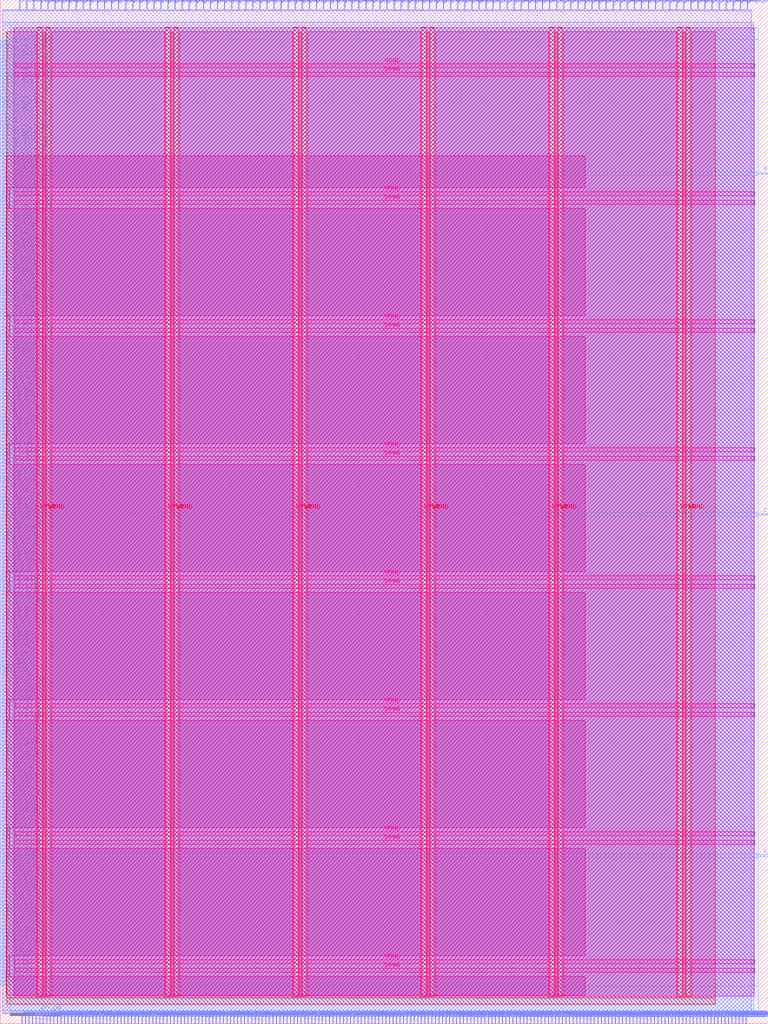
<source format=lef>
VERSION 5.7 ;
  NOWIREEXTENSIONATPIN ON ;
  DIVIDERCHAR "/" ;
  BUSBITCHARS "[]" ;
MACRO sub_module16
  CLASS BLOCK ;
  FOREIGN sub_module16 ;
  ORIGIN 0.000 0.000 ;
  SIZE 300.000 BY 400.000 ;
  PIN VGND
    DIRECTION INOUT ;
    USE GROUND ;
    PORT
      LAYER met4 ;
        RECT 18.020 10.640 19.620 389.200 ;
    END
    PORT
      LAYER met4 ;
        RECT 68.020 10.640 69.620 389.200 ;
    END
    PORT
      LAYER met4 ;
        RECT 118.020 10.640 119.620 389.200 ;
    END
    PORT
      LAYER met4 ;
        RECT 168.020 10.640 169.620 389.200 ;
    END
    PORT
      LAYER met4 ;
        RECT 218.020 10.640 219.620 389.200 ;
    END
    PORT
      LAYER met4 ;
        RECT 268.020 10.640 269.620 389.200 ;
    END
    PORT
      LAYER met5 ;
        RECT 5.280 23.380 294.640 24.980 ;
    END
    PORT
      LAYER met5 ;
        RECT 5.280 73.380 294.640 74.980 ;
    END
    PORT
      LAYER met5 ;
        RECT 5.280 123.380 294.640 124.980 ;
    END
    PORT
      LAYER met5 ;
        RECT 5.280 173.380 294.640 174.980 ;
    END
    PORT
      LAYER met5 ;
        RECT 5.280 223.380 294.640 224.980 ;
    END
    PORT
      LAYER met5 ;
        RECT 5.280 273.380 294.640 274.980 ;
    END
    PORT
      LAYER met5 ;
        RECT 5.280 323.380 294.640 324.980 ;
    END
    PORT
      LAYER met5 ;
        RECT 5.280 373.380 294.640 374.980 ;
    END
  END VGND
  PIN VPWR
    DIRECTION INOUT ;
    USE POWER ;
    PORT
      LAYER met4 ;
        RECT 14.720 10.640 16.320 389.200 ;
    END
    PORT
      LAYER met4 ;
        RECT 64.720 10.640 66.320 389.200 ;
    END
    PORT
      LAYER met4 ;
        RECT 114.720 10.640 116.320 389.200 ;
    END
    PORT
      LAYER met4 ;
        RECT 164.720 10.640 166.320 389.200 ;
    END
    PORT
      LAYER met4 ;
        RECT 214.720 10.640 216.320 389.200 ;
    END
    PORT
      LAYER met4 ;
        RECT 264.720 10.640 266.320 389.200 ;
    END
    PORT
      LAYER met5 ;
        RECT 5.280 20.080 294.640 21.680 ;
    END
    PORT
      LAYER met5 ;
        RECT 5.280 70.080 294.640 71.680 ;
    END
    PORT
      LAYER met5 ;
        RECT 5.280 120.080 294.640 121.680 ;
    END
    PORT
      LAYER met5 ;
        RECT 5.280 170.080 294.640 171.680 ;
    END
    PORT
      LAYER met5 ;
        RECT 5.280 220.080 294.640 221.680 ;
    END
    PORT
      LAYER met5 ;
        RECT 5.280 270.080 294.640 271.680 ;
    END
    PORT
      LAYER met5 ;
        RECT 5.280 320.080 294.640 321.680 ;
    END
    PORT
      LAYER met5 ;
        RECT 5.280 370.080 294.640 371.680 ;
    END
  END VPWR
  PIN addr1[0]
    DIRECTION INPUT ;
    USE SIGNAL ;
    ANTENNAGATEAREA 0.213000 ;
    PORT
      LAYER met2 ;
        RECT 184.090 396.000 184.370 400.000 ;
    END
  END addr1[0]
  PIN addr1[1]
    DIRECTION INPUT ;
    USE SIGNAL ;
    ANTENNAGATEAREA 0.213000 ;
    PORT
      LAYER met2 ;
        RECT 186.850 396.000 187.130 400.000 ;
    END
  END addr1[1]
  PIN addr1[2]
    DIRECTION INPUT ;
    USE SIGNAL ;
    ANTENNAGATEAREA 0.247500 ;
    PORT
      LAYER met2 ;
        RECT 189.610 396.000 189.890 400.000 ;
    END
  END addr1[2]
  PIN addr1[3]
    DIRECTION INPUT ;
    USE SIGNAL ;
    ANTENNAGATEAREA 0.159000 ;
    PORT
      LAYER met2 ;
        RECT 192.370 396.000 192.650 400.000 ;
    END
  END addr1[3]
  PIN addr1[4]
    DIRECTION INPUT ;
    USE SIGNAL ;
    ANTENNAGATEAREA 0.159000 ;
    PORT
      LAYER met2 ;
        RECT 195.130 396.000 195.410 400.000 ;
    END
  END addr1[4]
  PIN addr2[0]
    DIRECTION INPUT ;
    USE SIGNAL ;
    ANTENNAGATEAREA 0.213000 ;
    PORT
      LAYER met2 ;
        RECT 197.890 396.000 198.170 400.000 ;
    END
  END addr2[0]
  PIN addr2[1]
    DIRECTION INPUT ;
    USE SIGNAL ;
    ANTENNAGATEAREA 0.159000 ;
    PORT
      LAYER met2 ;
        RECT 200.650 396.000 200.930 400.000 ;
    END
  END addr2[1]
  PIN addr2[2]
    DIRECTION INPUT ;
    USE SIGNAL ;
    ANTENNAGATEAREA 0.247500 ;
    PORT
      LAYER met2 ;
        RECT 203.410 396.000 203.690 400.000 ;
    END
  END addr2[2]
  PIN addr2[3]
    DIRECTION INPUT ;
    USE SIGNAL ;
    ANTENNAGATEAREA 0.213000 ;
    PORT
      LAYER met2 ;
        RECT 206.170 396.000 206.450 400.000 ;
    END
  END addr2[3]
  PIN addr2[4]
    DIRECTION INPUT ;
    USE SIGNAL ;
    ANTENNAGATEAREA 0.159000 ;
    PORT
      LAYER met2 ;
        RECT 208.930 396.000 209.210 400.000 ;
    END
  END addr2[4]
  PIN addr3[0]
    DIRECTION INPUT ;
    USE SIGNAL ;
    ANTENNAGATEAREA 0.159000 ;
    PORT
      LAYER met2 ;
        RECT 211.690 396.000 211.970 400.000 ;
    END
  END addr3[0]
  PIN addr3[1]
    DIRECTION INPUT ;
    USE SIGNAL ;
    ANTENNAGATEAREA 0.213000 ;
    PORT
      LAYER met2 ;
        RECT 214.450 396.000 214.730 400.000 ;
    END
  END addr3[1]
  PIN addr3[2]
    DIRECTION INPUT ;
    USE SIGNAL ;
    ANTENNAGATEAREA 0.159000 ;
    PORT
      LAYER met2 ;
        RECT 217.210 396.000 217.490 400.000 ;
    END
  END addr3[2]
  PIN addr3[3]
    DIRECTION INPUT ;
    USE SIGNAL ;
    ANTENNAGATEAREA 0.213000 ;
    PORT
      LAYER met2 ;
        RECT 219.970 396.000 220.250 400.000 ;
    END
  END addr3[3]
  PIN addr3[4]
    DIRECTION INPUT ;
    USE SIGNAL ;
    ANTENNAGATEAREA 0.213000 ;
    PORT
      LAYER met2 ;
        RECT 222.730 396.000 223.010 400.000 ;
    END
  END addr3[4]
  PIN addr4[0]
    DIRECTION INPUT ;
    USE SIGNAL ;
    ANTENNAGATEAREA 0.213000 ;
    PORT
      LAYER met2 ;
        RECT 225.490 396.000 225.770 400.000 ;
    END
  END addr4[0]
  PIN addr4[1]
    DIRECTION INPUT ;
    USE SIGNAL ;
    ANTENNAGATEAREA 0.159000 ;
    PORT
      LAYER met2 ;
        RECT 228.250 396.000 228.530 400.000 ;
    END
  END addr4[1]
  PIN addr4[2]
    DIRECTION INPUT ;
    USE SIGNAL ;
    ANTENNAGATEAREA 0.213000 ;
    PORT
      LAYER met2 ;
        RECT 231.010 396.000 231.290 400.000 ;
    END
  END addr4[2]
  PIN addr4[3]
    DIRECTION INPUT ;
    USE SIGNAL ;
    ANTENNAGATEAREA 0.159000 ;
    PORT
      LAYER met2 ;
        RECT 233.770 396.000 234.050 400.000 ;
    END
  END addr4[3]
  PIN addr4[4]
    DIRECTION INPUT ;
    USE SIGNAL ;
    ANTENNAGATEAREA 0.213000 ;
    PORT
      LAYER met2 ;
        RECT 236.530 396.000 236.810 400.000 ;
    END
  END addr4[4]
  PIN addr5[0]
    DIRECTION INPUT ;
    USE SIGNAL ;
    ANTENNAGATEAREA 0.213000 ;
    PORT
      LAYER met2 ;
        RECT 239.290 396.000 239.570 400.000 ;
    END
  END addr5[0]
  PIN addr5[1]
    DIRECTION INPUT ;
    USE SIGNAL ;
    ANTENNAGATEAREA 0.213000 ;
    PORT
      LAYER met2 ;
        RECT 242.050 396.000 242.330 400.000 ;
    END
  END addr5[1]
  PIN addr5[2]
    DIRECTION INPUT ;
    USE SIGNAL ;
    ANTENNAGATEAREA 0.213000 ;
    PORT
      LAYER met2 ;
        RECT 244.810 396.000 245.090 400.000 ;
    END
  END addr5[2]
  PIN addr5[3]
    DIRECTION INPUT ;
    USE SIGNAL ;
    ANTENNAGATEAREA 0.159000 ;
    PORT
      LAYER met2 ;
        RECT 247.570 396.000 247.850 400.000 ;
    END
  END addr5[3]
  PIN addr5[4]
    DIRECTION INPUT ;
    USE SIGNAL ;
    ANTENNAGATEAREA 0.247500 ;
    PORT
      LAYER met2 ;
        RECT 250.330 396.000 250.610 400.000 ;
    END
  END addr5[4]
  PIN addr6[0]
    DIRECTION INPUT ;
    USE SIGNAL ;
    ANTENNAGATEAREA 0.213000 ;
    PORT
      LAYER met2 ;
        RECT 253.090 396.000 253.370 400.000 ;
    END
  END addr6[0]
  PIN addr6[1]
    DIRECTION INPUT ;
    USE SIGNAL ;
    ANTENNAGATEAREA 0.159000 ;
    PORT
      LAYER met2 ;
        RECT 255.850 396.000 256.130 400.000 ;
    END
  END addr6[1]
  PIN addr6[2]
    DIRECTION INPUT ;
    USE SIGNAL ;
    ANTENNAGATEAREA 0.159000 ;
    PORT
      LAYER met2 ;
        RECT 258.610 396.000 258.890 400.000 ;
    END
  END addr6[2]
  PIN addr6[3]
    DIRECTION INPUT ;
    USE SIGNAL ;
    ANTENNAGATEAREA 0.213000 ;
    PORT
      LAYER met2 ;
        RECT 261.370 396.000 261.650 400.000 ;
    END
  END addr6[3]
  PIN addr6[4]
    DIRECTION INPUT ;
    USE SIGNAL ;
    ANTENNAGATEAREA 0.213000 ;
    PORT
      LAYER met2 ;
        RECT 264.130 396.000 264.410 400.000 ;
    END
  END addr6[4]
  PIN addr7[0]
    DIRECTION INPUT ;
    USE SIGNAL ;
    ANTENNAGATEAREA 0.196500 ;
    PORT
      LAYER met2 ;
        RECT 266.890 396.000 267.170 400.000 ;
    END
  END addr7[0]
  PIN addr7[1]
    DIRECTION INPUT ;
    USE SIGNAL ;
    ANTENNAGATEAREA 0.196500 ;
    PORT
      LAYER met2 ;
        RECT 269.650 396.000 269.930 400.000 ;
    END
  END addr7[1]
  PIN addr7[2]
    DIRECTION INPUT ;
    USE SIGNAL ;
    ANTENNAGATEAREA 0.213000 ;
    PORT
      LAYER met2 ;
        RECT 272.410 396.000 272.690 400.000 ;
    END
  END addr7[2]
  PIN addr7[3]
    DIRECTION INPUT ;
    USE SIGNAL ;
    ANTENNAGATEAREA 0.159000 ;
    PORT
      LAYER met2 ;
        RECT 275.170 396.000 275.450 400.000 ;
    END
  END addr7[3]
  PIN addr7[4]
    DIRECTION INPUT ;
    USE SIGNAL ;
    ANTENNAGATEAREA 0.213000 ;
    PORT
      LAYER met2 ;
        RECT 277.930 396.000 278.210 400.000 ;
    END
  END addr7[4]
  PIN addr8[0]
    DIRECTION INPUT ;
    USE SIGNAL ;
    ANTENNAGATEAREA 0.159000 ;
    PORT
      LAYER met2 ;
        RECT 280.690 396.000 280.970 400.000 ;
    END
  END addr8[0]
  PIN addr8[1]
    DIRECTION INPUT ;
    USE SIGNAL ;
    ANTENNAGATEAREA 0.213000 ;
    PORT
      LAYER met2 ;
        RECT 283.450 396.000 283.730 400.000 ;
    END
  END addr8[1]
  PIN addr8[2]
    DIRECTION INPUT ;
    USE SIGNAL ;
    ANTENNAGATEAREA 0.126000 ;
    PORT
      LAYER met2 ;
        RECT 286.210 396.000 286.490 400.000 ;
    END
  END addr8[2]
  PIN addr8[3]
    DIRECTION INPUT ;
    USE SIGNAL ;
    ANTENNAGATEAREA 0.159000 ;
    PORT
      LAYER met2 ;
        RECT 288.970 396.000 289.250 400.000 ;
    END
  END addr8[3]
  PIN addr8[4]
    DIRECTION INPUT ;
    USE SIGNAL ;
    ANTENNAGATEAREA 0.247500 ;
    PORT
      LAYER met2 ;
        RECT 291.730 396.000 292.010 400.000 ;
    END
  END addr8[4]
  PIN clk
    DIRECTION INPUT ;
    USE SIGNAL ;
    ANTENNAGATEAREA 0.852000 ;
    PORT
      LAYER met3 ;
        RECT 296.000 65.320 300.000 65.920 ;
    END
  END clk
  PIN data1[0]
    DIRECTION INPUT ;
    USE SIGNAL ;
    ANTENNAGATEAREA 0.159000 ;
    PORT
      LAYER met2 ;
        RECT 7.450 396.000 7.730 400.000 ;
    END
  END data1[0]
  PIN data1[1]
    DIRECTION INPUT ;
    USE SIGNAL ;
    ANTENNAGATEAREA 0.159000 ;
    PORT
      LAYER met2 ;
        RECT 10.210 396.000 10.490 400.000 ;
    END
  END data1[1]
  PIN data1[2]
    DIRECTION INPUT ;
    USE SIGNAL ;
    ANTENNAGATEAREA 0.213000 ;
    PORT
      LAYER met2 ;
        RECT 12.970 396.000 13.250 400.000 ;
    END
  END data1[2]
  PIN data1[3]
    DIRECTION INPUT ;
    USE SIGNAL ;
    ANTENNAGATEAREA 0.159000 ;
    PORT
      LAYER met2 ;
        RECT 15.730 396.000 16.010 400.000 ;
    END
  END data1[3]
  PIN data1[4]
    DIRECTION INPUT ;
    USE SIGNAL ;
    ANTENNAGATEAREA 0.159000 ;
    PORT
      LAYER met2 ;
        RECT 18.490 396.000 18.770 400.000 ;
    END
  END data1[4]
  PIN data1[5]
    DIRECTION INPUT ;
    USE SIGNAL ;
    ANTENNAGATEAREA 0.159000 ;
    PORT
      LAYER met2 ;
        RECT 21.250 396.000 21.530 400.000 ;
    END
  END data1[5]
  PIN data1[6]
    DIRECTION INPUT ;
    USE SIGNAL ;
    ANTENNAGATEAREA 0.159000 ;
    PORT
      LAYER met2 ;
        RECT 24.010 396.000 24.290 400.000 ;
    END
  END data1[6]
  PIN data1[7]
    DIRECTION INPUT ;
    USE SIGNAL ;
    ANTENNAGATEAREA 0.159000 ;
    PORT
      LAYER met2 ;
        RECT 26.770 396.000 27.050 400.000 ;
    END
  END data1[7]
  PIN data2[0]
    DIRECTION INPUT ;
    USE SIGNAL ;
    ANTENNAGATEAREA 0.159000 ;
    PORT
      LAYER met2 ;
        RECT 29.530 396.000 29.810 400.000 ;
    END
  END data2[0]
  PIN data2[1]
    DIRECTION INPUT ;
    USE SIGNAL ;
    ANTENNAGATEAREA 0.159000 ;
    PORT
      LAYER met2 ;
        RECT 32.290 396.000 32.570 400.000 ;
    END
  END data2[1]
  PIN data2[2]
    DIRECTION INPUT ;
    USE SIGNAL ;
    ANTENNAGATEAREA 0.159000 ;
    PORT
      LAYER met2 ;
        RECT 35.050 396.000 35.330 400.000 ;
    END
  END data2[2]
  PIN data2[3]
    DIRECTION INPUT ;
    USE SIGNAL ;
    ANTENNAGATEAREA 0.159000 ;
    PORT
      LAYER met2 ;
        RECT 37.810 396.000 38.090 400.000 ;
    END
  END data2[3]
  PIN data2[4]
    DIRECTION INPUT ;
    USE SIGNAL ;
    ANTENNAGATEAREA 0.159000 ;
    PORT
      LAYER met2 ;
        RECT 40.570 396.000 40.850 400.000 ;
    END
  END data2[4]
  PIN data2[5]
    DIRECTION INPUT ;
    USE SIGNAL ;
    ANTENNAGATEAREA 0.159000 ;
    PORT
      LAYER met2 ;
        RECT 43.330 396.000 43.610 400.000 ;
    END
  END data2[5]
  PIN data2[6]
    DIRECTION INPUT ;
    USE SIGNAL ;
    ANTENNAGATEAREA 0.159000 ;
    PORT
      LAYER met2 ;
        RECT 46.090 396.000 46.370 400.000 ;
    END
  END data2[6]
  PIN data2[7]
    DIRECTION INPUT ;
    USE SIGNAL ;
    ANTENNAGATEAREA 0.159000 ;
    PORT
      LAYER met2 ;
        RECT 48.850 396.000 49.130 400.000 ;
    END
  END data2[7]
  PIN data3[0]
    DIRECTION INPUT ;
    USE SIGNAL ;
    ANTENNAGATEAREA 0.196500 ;
    PORT
      LAYER met2 ;
        RECT 51.610 396.000 51.890 400.000 ;
    END
  END data3[0]
  PIN data3[1]
    DIRECTION INPUT ;
    USE SIGNAL ;
    ANTENNAGATEAREA 0.196500 ;
    PORT
      LAYER met2 ;
        RECT 54.370 396.000 54.650 400.000 ;
    END
  END data3[1]
  PIN data3[2]
    DIRECTION INPUT ;
    USE SIGNAL ;
    ANTENNAGATEAREA 0.196500 ;
    PORT
      LAYER met2 ;
        RECT 57.130 396.000 57.410 400.000 ;
    END
  END data3[2]
  PIN data3[3]
    DIRECTION INPUT ;
    USE SIGNAL ;
    ANTENNAGATEAREA 0.196500 ;
    PORT
      LAYER met2 ;
        RECT 59.890 396.000 60.170 400.000 ;
    END
  END data3[3]
  PIN data3[4]
    DIRECTION INPUT ;
    USE SIGNAL ;
    ANTENNAGATEAREA 0.196500 ;
    PORT
      LAYER met2 ;
        RECT 62.650 396.000 62.930 400.000 ;
    END
  END data3[4]
  PIN data3[5]
    DIRECTION INPUT ;
    USE SIGNAL ;
    ANTENNAGATEAREA 0.196500 ;
    PORT
      LAYER met2 ;
        RECT 65.410 396.000 65.690 400.000 ;
    END
  END data3[5]
  PIN data3[6]
    DIRECTION INPUT ;
    USE SIGNAL ;
    ANTENNAGATEAREA 0.196500 ;
    PORT
      LAYER met2 ;
        RECT 68.170 396.000 68.450 400.000 ;
    END
  END data3[6]
  PIN data3[7]
    DIRECTION INPUT ;
    USE SIGNAL ;
    ANTENNAGATEAREA 0.196500 ;
    PORT
      LAYER met2 ;
        RECT 70.930 396.000 71.210 400.000 ;
    END
  END data3[7]
  PIN data4[0]
    DIRECTION INPUT ;
    USE SIGNAL ;
    ANTENNAGATEAREA 0.196500 ;
    PORT
      LAYER met2 ;
        RECT 73.690 396.000 73.970 400.000 ;
    END
  END data4[0]
  PIN data4[1]
    DIRECTION INPUT ;
    USE SIGNAL ;
    ANTENNAGATEAREA 0.196500 ;
    PORT
      LAYER met2 ;
        RECT 76.450 396.000 76.730 400.000 ;
    END
  END data4[1]
  PIN data4[2]
    DIRECTION INPUT ;
    USE SIGNAL ;
    ANTENNAGATEAREA 0.196500 ;
    PORT
      LAYER met2 ;
        RECT 79.210 396.000 79.490 400.000 ;
    END
  END data4[2]
  PIN data4[3]
    DIRECTION INPUT ;
    USE SIGNAL ;
    ANTENNAGATEAREA 0.196500 ;
    PORT
      LAYER met2 ;
        RECT 81.970 396.000 82.250 400.000 ;
    END
  END data4[3]
  PIN data4[4]
    DIRECTION INPUT ;
    USE SIGNAL ;
    ANTENNAGATEAREA 0.196500 ;
    PORT
      LAYER met2 ;
        RECT 84.730 396.000 85.010 400.000 ;
    END
  END data4[4]
  PIN data4[5]
    DIRECTION INPUT ;
    USE SIGNAL ;
    ANTENNAGATEAREA 0.196500 ;
    PORT
      LAYER met2 ;
        RECT 87.490 396.000 87.770 400.000 ;
    END
  END data4[5]
  PIN data4[6]
    DIRECTION INPUT ;
    USE SIGNAL ;
    ANTENNAGATEAREA 0.213000 ;
    PORT
      LAYER met2 ;
        RECT 90.250 396.000 90.530 400.000 ;
    END
  END data4[6]
  PIN data4[7]
    DIRECTION INPUT ;
    USE SIGNAL ;
    ANTENNAGATEAREA 0.213000 ;
    PORT
      LAYER met2 ;
        RECT 93.010 396.000 93.290 400.000 ;
    END
  END data4[7]
  PIN data5[0]
    DIRECTION INPUT ;
    USE SIGNAL ;
    ANTENNAGATEAREA 0.196500 ;
    PORT
      LAYER met2 ;
        RECT 95.770 396.000 96.050 400.000 ;
    END
  END data5[0]
  PIN data5[1]
    DIRECTION INPUT ;
    USE SIGNAL ;
    ANTENNAGATEAREA 0.196500 ;
    PORT
      LAYER met2 ;
        RECT 98.530 396.000 98.810 400.000 ;
    END
  END data5[1]
  PIN data5[2]
    DIRECTION INPUT ;
    USE SIGNAL ;
    ANTENNAGATEAREA 0.196500 ;
    PORT
      LAYER met2 ;
        RECT 101.290 396.000 101.570 400.000 ;
    END
  END data5[2]
  PIN data5[3]
    DIRECTION INPUT ;
    USE SIGNAL ;
    ANTENNAGATEAREA 0.196500 ;
    PORT
      LAYER met2 ;
        RECT 104.050 396.000 104.330 400.000 ;
    END
  END data5[3]
  PIN data5[4]
    DIRECTION INPUT ;
    USE SIGNAL ;
    ANTENNAGATEAREA 0.196500 ;
    PORT
      LAYER met2 ;
        RECT 106.810 396.000 107.090 400.000 ;
    END
  END data5[4]
  PIN data5[5]
    DIRECTION INPUT ;
    USE SIGNAL ;
    ANTENNAGATEAREA 0.196500 ;
    PORT
      LAYER met2 ;
        RECT 109.570 396.000 109.850 400.000 ;
    END
  END data5[5]
  PIN data5[6]
    DIRECTION INPUT ;
    USE SIGNAL ;
    ANTENNAGATEAREA 0.126000 ;
    PORT
      LAYER met2 ;
        RECT 112.330 396.000 112.610 400.000 ;
    END
  END data5[6]
  PIN data5[7]
    DIRECTION INPUT ;
    USE SIGNAL ;
    ANTENNAGATEAREA 0.126000 ;
    PORT
      LAYER met2 ;
        RECT 115.090 396.000 115.370 400.000 ;
    END
  END data5[7]
  PIN data6[0]
    DIRECTION INPUT ;
    USE SIGNAL ;
    ANTENNAGATEAREA 0.196500 ;
    PORT
      LAYER met2 ;
        RECT 117.850 396.000 118.130 400.000 ;
    END
  END data6[0]
  PIN data6[1]
    DIRECTION INPUT ;
    USE SIGNAL ;
    ANTENNAGATEAREA 0.196500 ;
    PORT
      LAYER met2 ;
        RECT 120.610 396.000 120.890 400.000 ;
    END
  END data6[1]
  PIN data6[2]
    DIRECTION INPUT ;
    USE SIGNAL ;
    ANTENNAGATEAREA 0.196500 ;
    PORT
      LAYER met2 ;
        RECT 123.370 396.000 123.650 400.000 ;
    END
  END data6[2]
  PIN data6[3]
    DIRECTION INPUT ;
    USE SIGNAL ;
    ANTENNAGATEAREA 0.196500 ;
    PORT
      LAYER met2 ;
        RECT 126.130 396.000 126.410 400.000 ;
    END
  END data6[3]
  PIN data6[4]
    DIRECTION INPUT ;
    USE SIGNAL ;
    ANTENNAGATEAREA 0.196500 ;
    PORT
      LAYER met2 ;
        RECT 128.890 396.000 129.170 400.000 ;
    END
  END data6[4]
  PIN data6[5]
    DIRECTION INPUT ;
    USE SIGNAL ;
    ANTENNAGATEAREA 0.196500 ;
    PORT
      LAYER met2 ;
        RECT 131.650 396.000 131.930 400.000 ;
    END
  END data6[5]
  PIN data6[6]
    DIRECTION INPUT ;
    USE SIGNAL ;
    ANTENNAGATEAREA 0.196500 ;
    PORT
      LAYER met2 ;
        RECT 134.410 396.000 134.690 400.000 ;
    END
  END data6[6]
  PIN data6[7]
    DIRECTION INPUT ;
    USE SIGNAL ;
    ANTENNAGATEAREA 0.196500 ;
    PORT
      LAYER met2 ;
        RECT 137.170 396.000 137.450 400.000 ;
    END
  END data6[7]
  PIN data7[0]
    DIRECTION INPUT ;
    USE SIGNAL ;
    ANTENNAGATEAREA 0.196500 ;
    PORT
      LAYER met2 ;
        RECT 139.930 396.000 140.210 400.000 ;
    END
  END data7[0]
  PIN data7[1]
    DIRECTION INPUT ;
    USE SIGNAL ;
    ANTENNAGATEAREA 0.196500 ;
    PORT
      LAYER met2 ;
        RECT 142.690 396.000 142.970 400.000 ;
    END
  END data7[1]
  PIN data7[2]
    DIRECTION INPUT ;
    USE SIGNAL ;
    ANTENNAGATEAREA 0.196500 ;
    PORT
      LAYER met2 ;
        RECT 145.450 396.000 145.730 400.000 ;
    END
  END data7[2]
  PIN data7[3]
    DIRECTION INPUT ;
    USE SIGNAL ;
    ANTENNAGATEAREA 0.196500 ;
    PORT
      LAYER met2 ;
        RECT 148.210 396.000 148.490 400.000 ;
    END
  END data7[3]
  PIN data7[4]
    DIRECTION INPUT ;
    USE SIGNAL ;
    ANTENNAGATEAREA 0.196500 ;
    PORT
      LAYER met2 ;
        RECT 150.970 396.000 151.250 400.000 ;
    END
  END data7[4]
  PIN data7[5]
    DIRECTION INPUT ;
    USE SIGNAL ;
    ANTENNAGATEAREA 0.196500 ;
    PORT
      LAYER met2 ;
        RECT 153.730 396.000 154.010 400.000 ;
    END
  END data7[5]
  PIN data7[6]
    DIRECTION INPUT ;
    USE SIGNAL ;
    ANTENNAGATEAREA 0.196500 ;
    PORT
      LAYER met2 ;
        RECT 156.490 396.000 156.770 400.000 ;
    END
  END data7[6]
  PIN data7[7]
    DIRECTION INPUT ;
    USE SIGNAL ;
    ANTENNAGATEAREA 0.196500 ;
    PORT
      LAYER met2 ;
        RECT 159.250 396.000 159.530 400.000 ;
    END
  END data7[7]
  PIN data8[0]
    DIRECTION INPUT ;
    USE SIGNAL ;
    ANTENNAGATEAREA 0.196500 ;
    PORT
      LAYER met2 ;
        RECT 162.010 396.000 162.290 400.000 ;
    END
  END data8[0]
  PIN data8[1]
    DIRECTION INPUT ;
    USE SIGNAL ;
    ANTENNAGATEAREA 0.196500 ;
    PORT
      LAYER met2 ;
        RECT 164.770 396.000 165.050 400.000 ;
    END
  END data8[1]
  PIN data8[2]
    DIRECTION INPUT ;
    USE SIGNAL ;
    ANTENNAGATEAREA 0.196500 ;
    PORT
      LAYER met2 ;
        RECT 167.530 396.000 167.810 400.000 ;
    END
  END data8[2]
  PIN data8[3]
    DIRECTION INPUT ;
    USE SIGNAL ;
    ANTENNAGATEAREA 0.196500 ;
    PORT
      LAYER met2 ;
        RECT 170.290 396.000 170.570 400.000 ;
    END
  END data8[3]
  PIN data8[4]
    DIRECTION INPUT ;
    USE SIGNAL ;
    ANTENNAGATEAREA 0.196500 ;
    PORT
      LAYER met2 ;
        RECT 173.050 396.000 173.330 400.000 ;
    END
  END data8[4]
  PIN data8[5]
    DIRECTION INPUT ;
    USE SIGNAL ;
    ANTENNAGATEAREA 0.196500 ;
    PORT
      LAYER met2 ;
        RECT 175.810 396.000 176.090 400.000 ;
    END
  END data8[5]
  PIN data8[6]
    DIRECTION INPUT ;
    USE SIGNAL ;
    ANTENNAGATEAREA 0.196500 ;
    PORT
      LAYER met2 ;
        RECT 178.570 396.000 178.850 400.000 ;
    END
  END data8[6]
  PIN data8[7]
    DIRECTION INPUT ;
    USE SIGNAL ;
    ANTENNAGATEAREA 0.196500 ;
    PORT
      LAYER met2 ;
        RECT 181.330 396.000 181.610 400.000 ;
    END
  END data8[7]
  PIN en
    DIRECTION INPUT ;
    USE SIGNAL ;
    ANTENNAGATEAREA 0.426000 ;
    PORT
      LAYER met3 ;
        RECT 296.000 331.880 300.000 332.480 ;
    END
  END en
  PIN final_sum1[0]
    DIRECTION OUTPUT ;
    USE SIGNAL ;
    ANTENNADIFFAREA 0.340600 ;
    PORT
      LAYER met2 ;
        RECT 8.370 0.000 8.650 4.000 ;
    END
  END final_sum1[0]
  PIN final_sum1[10]
    DIRECTION OUTPUT ;
    USE SIGNAL ;
    ANTENNADIFFAREA 0.340600 ;
    PORT
      LAYER met2 ;
        RECT 22.170 0.000 22.450 4.000 ;
    END
  END final_sum1[10]
  PIN final_sum1[11]
    DIRECTION OUTPUT ;
    USE SIGNAL ;
    ANTENNADIFFAREA 0.340600 ;
    PORT
      LAYER met2 ;
        RECT 23.550 0.000 23.830 4.000 ;
    END
  END final_sum1[11]
  PIN final_sum1[12]
    DIRECTION OUTPUT ;
    USE SIGNAL ;
    ANTENNADIFFAREA 0.340600 ;
    PORT
      LAYER met2 ;
        RECT 24.930 0.000 25.210 4.000 ;
    END
  END final_sum1[12]
  PIN final_sum1[1]
    DIRECTION OUTPUT ;
    USE SIGNAL ;
    ANTENNADIFFAREA 0.340600 ;
    PORT
      LAYER met2 ;
        RECT 9.750 0.000 10.030 4.000 ;
    END
  END final_sum1[1]
  PIN final_sum1[2]
    DIRECTION OUTPUT ;
    USE SIGNAL ;
    ANTENNADIFFAREA 0.340600 ;
    PORT
      LAYER met2 ;
        RECT 11.130 0.000 11.410 4.000 ;
    END
  END final_sum1[2]
  PIN final_sum1[3]
    DIRECTION OUTPUT ;
    USE SIGNAL ;
    ANTENNADIFFAREA 0.340600 ;
    PORT
      LAYER met2 ;
        RECT 12.510 0.000 12.790 4.000 ;
    END
  END final_sum1[3]
  PIN final_sum1[4]
    DIRECTION OUTPUT ;
    USE SIGNAL ;
    ANTENNADIFFAREA 0.340600 ;
    PORT
      LAYER met2 ;
        RECT 13.890 0.000 14.170 4.000 ;
    END
  END final_sum1[4]
  PIN final_sum1[5]
    DIRECTION OUTPUT ;
    USE SIGNAL ;
    ANTENNADIFFAREA 0.340600 ;
    PORT
      LAYER met2 ;
        RECT 15.270 0.000 15.550 4.000 ;
    END
  END final_sum1[5]
  PIN final_sum1[6]
    DIRECTION OUTPUT ;
    USE SIGNAL ;
    ANTENNADIFFAREA 0.340600 ;
    PORT
      LAYER met2 ;
        RECT 16.650 0.000 16.930 4.000 ;
    END
  END final_sum1[6]
  PIN final_sum1[7]
    DIRECTION OUTPUT ;
    USE SIGNAL ;
    ANTENNADIFFAREA 0.340600 ;
    PORT
      LAYER met2 ;
        RECT 18.030 0.000 18.310 4.000 ;
    END
  END final_sum1[7]
  PIN final_sum1[8]
    DIRECTION OUTPUT ;
    USE SIGNAL ;
    ANTENNADIFFAREA 0.340600 ;
    PORT
      LAYER met2 ;
        RECT 19.410 0.000 19.690 4.000 ;
    END
  END final_sum1[8]
  PIN final_sum1[9]
    DIRECTION OUTPUT ;
    USE SIGNAL ;
    ANTENNADIFFAREA 0.340600 ;
    PORT
      LAYER met2 ;
        RECT 20.790 0.000 21.070 4.000 ;
    END
  END final_sum1[9]
  PIN final_sum2[0]
    DIRECTION OUTPUT ;
    USE SIGNAL ;
    ANTENNADIFFAREA 0.340600 ;
    PORT
      LAYER met2 ;
        RECT 26.310 0.000 26.590 4.000 ;
    END
  END final_sum2[0]
  PIN final_sum2[10]
    DIRECTION OUTPUT ;
    USE SIGNAL ;
    ANTENNADIFFAREA 0.340600 ;
    PORT
      LAYER met2 ;
        RECT 40.110 0.000 40.390 4.000 ;
    END
  END final_sum2[10]
  PIN final_sum2[11]
    DIRECTION OUTPUT ;
    USE SIGNAL ;
    ANTENNADIFFAREA 0.340600 ;
    PORT
      LAYER met2 ;
        RECT 41.490 0.000 41.770 4.000 ;
    END
  END final_sum2[11]
  PIN final_sum2[12]
    DIRECTION OUTPUT ;
    USE SIGNAL ;
    ANTENNADIFFAREA 0.340600 ;
    PORT
      LAYER met2 ;
        RECT 42.870 0.000 43.150 4.000 ;
    END
  END final_sum2[12]
  PIN final_sum2[1]
    DIRECTION OUTPUT ;
    USE SIGNAL ;
    ANTENNADIFFAREA 0.340600 ;
    PORT
      LAYER met2 ;
        RECT 27.690 0.000 27.970 4.000 ;
    END
  END final_sum2[1]
  PIN final_sum2[2]
    DIRECTION OUTPUT ;
    USE SIGNAL ;
    ANTENNADIFFAREA 0.340600 ;
    PORT
      LAYER met2 ;
        RECT 29.070 0.000 29.350 4.000 ;
    END
  END final_sum2[2]
  PIN final_sum2[3]
    DIRECTION OUTPUT ;
    USE SIGNAL ;
    ANTENNADIFFAREA 0.340600 ;
    PORT
      LAYER met2 ;
        RECT 30.450 0.000 30.730 4.000 ;
    END
  END final_sum2[3]
  PIN final_sum2[4]
    DIRECTION OUTPUT ;
    USE SIGNAL ;
    ANTENNADIFFAREA 0.340600 ;
    PORT
      LAYER met2 ;
        RECT 31.830 0.000 32.110 4.000 ;
    END
  END final_sum2[4]
  PIN final_sum2[5]
    DIRECTION OUTPUT ;
    USE SIGNAL ;
    ANTENNADIFFAREA 0.340600 ;
    PORT
      LAYER met2 ;
        RECT 33.210 0.000 33.490 4.000 ;
    END
  END final_sum2[5]
  PIN final_sum2[6]
    DIRECTION OUTPUT ;
    USE SIGNAL ;
    ANTENNADIFFAREA 0.340600 ;
    PORT
      LAYER met2 ;
        RECT 34.590 0.000 34.870 4.000 ;
    END
  END final_sum2[6]
  PIN final_sum2[7]
    DIRECTION OUTPUT ;
    USE SIGNAL ;
    ANTENNADIFFAREA 0.340600 ;
    PORT
      LAYER met2 ;
        RECT 35.970 0.000 36.250 4.000 ;
    END
  END final_sum2[7]
  PIN final_sum2[8]
    DIRECTION OUTPUT ;
    USE SIGNAL ;
    ANTENNADIFFAREA 0.340600 ;
    PORT
      LAYER met2 ;
        RECT 37.350 0.000 37.630 4.000 ;
    END
  END final_sum2[8]
  PIN final_sum2[9]
    DIRECTION OUTPUT ;
    USE SIGNAL ;
    ANTENNADIFFAREA 0.340600 ;
    PORT
      LAYER met2 ;
        RECT 38.730 0.000 39.010 4.000 ;
    END
  END final_sum2[9]
  PIN final_sum3[0]
    DIRECTION OUTPUT ;
    USE SIGNAL ;
    ANTENNADIFFAREA 0.340600 ;
    PORT
      LAYER met2 ;
        RECT 44.250 0.000 44.530 4.000 ;
    END
  END final_sum3[0]
  PIN final_sum3[10]
    DIRECTION OUTPUT ;
    USE SIGNAL ;
    ANTENNADIFFAREA 0.340600 ;
    PORT
      LAYER met2 ;
        RECT 58.050 0.000 58.330 4.000 ;
    END
  END final_sum3[10]
  PIN final_sum3[11]
    DIRECTION OUTPUT ;
    USE SIGNAL ;
    ANTENNADIFFAREA 0.340600 ;
    PORT
      LAYER met2 ;
        RECT 59.430 0.000 59.710 4.000 ;
    END
  END final_sum3[11]
  PIN final_sum3[12]
    DIRECTION OUTPUT ;
    USE SIGNAL ;
    ANTENNADIFFAREA 0.340600 ;
    PORT
      LAYER met2 ;
        RECT 60.810 0.000 61.090 4.000 ;
    END
  END final_sum3[12]
  PIN final_sum3[1]
    DIRECTION OUTPUT ;
    USE SIGNAL ;
    ANTENNADIFFAREA 0.340600 ;
    PORT
      LAYER met2 ;
        RECT 45.630 0.000 45.910 4.000 ;
    END
  END final_sum3[1]
  PIN final_sum3[2]
    DIRECTION OUTPUT ;
    USE SIGNAL ;
    ANTENNADIFFAREA 0.340600 ;
    PORT
      LAYER met2 ;
        RECT 47.010 0.000 47.290 4.000 ;
    END
  END final_sum3[2]
  PIN final_sum3[3]
    DIRECTION OUTPUT ;
    USE SIGNAL ;
    ANTENNADIFFAREA 0.340600 ;
    PORT
      LAYER met2 ;
        RECT 48.390 0.000 48.670 4.000 ;
    END
  END final_sum3[3]
  PIN final_sum3[4]
    DIRECTION OUTPUT ;
    USE SIGNAL ;
    ANTENNADIFFAREA 0.340600 ;
    PORT
      LAYER met2 ;
        RECT 49.770 0.000 50.050 4.000 ;
    END
  END final_sum3[4]
  PIN final_sum3[5]
    DIRECTION OUTPUT ;
    USE SIGNAL ;
    ANTENNADIFFAREA 0.340600 ;
    PORT
      LAYER met2 ;
        RECT 51.150 0.000 51.430 4.000 ;
    END
  END final_sum3[5]
  PIN final_sum3[6]
    DIRECTION OUTPUT ;
    USE SIGNAL ;
    ANTENNADIFFAREA 0.340600 ;
    PORT
      LAYER met2 ;
        RECT 52.530 0.000 52.810 4.000 ;
    END
  END final_sum3[6]
  PIN final_sum3[7]
    DIRECTION OUTPUT ;
    USE SIGNAL ;
    ANTENNADIFFAREA 0.340600 ;
    PORT
      LAYER met2 ;
        RECT 53.910 0.000 54.190 4.000 ;
    END
  END final_sum3[7]
  PIN final_sum3[8]
    DIRECTION OUTPUT ;
    USE SIGNAL ;
    ANTENNADIFFAREA 0.340600 ;
    PORT
      LAYER met2 ;
        RECT 55.290 0.000 55.570 4.000 ;
    END
  END final_sum3[8]
  PIN final_sum3[9]
    DIRECTION OUTPUT ;
    USE SIGNAL ;
    ANTENNADIFFAREA 0.340600 ;
    PORT
      LAYER met2 ;
        RECT 56.670 0.000 56.950 4.000 ;
    END
  END final_sum3[9]
  PIN final_sum4[0]
    DIRECTION OUTPUT ;
    USE SIGNAL ;
    ANTENNADIFFAREA 0.340600 ;
    PORT
      LAYER met2 ;
        RECT 62.190 0.000 62.470 4.000 ;
    END
  END final_sum4[0]
  PIN final_sum4[10]
    DIRECTION OUTPUT ;
    USE SIGNAL ;
    ANTENNADIFFAREA 0.340600 ;
    PORT
      LAYER met2 ;
        RECT 75.990 0.000 76.270 4.000 ;
    END
  END final_sum4[10]
  PIN final_sum4[11]
    DIRECTION OUTPUT ;
    USE SIGNAL ;
    ANTENNADIFFAREA 0.340600 ;
    PORT
      LAYER met2 ;
        RECT 77.370 0.000 77.650 4.000 ;
    END
  END final_sum4[11]
  PIN final_sum4[12]
    DIRECTION OUTPUT ;
    USE SIGNAL ;
    ANTENNADIFFAREA 0.340600 ;
    PORT
      LAYER met2 ;
        RECT 78.750 0.000 79.030 4.000 ;
    END
  END final_sum4[12]
  PIN final_sum4[1]
    DIRECTION OUTPUT ;
    USE SIGNAL ;
    ANTENNADIFFAREA 0.340600 ;
    PORT
      LAYER met2 ;
        RECT 63.570 0.000 63.850 4.000 ;
    END
  END final_sum4[1]
  PIN final_sum4[2]
    DIRECTION OUTPUT ;
    USE SIGNAL ;
    ANTENNADIFFAREA 0.340600 ;
    PORT
      LAYER met2 ;
        RECT 64.950 0.000 65.230 4.000 ;
    END
  END final_sum4[2]
  PIN final_sum4[3]
    DIRECTION OUTPUT ;
    USE SIGNAL ;
    ANTENNADIFFAREA 0.340600 ;
    PORT
      LAYER met2 ;
        RECT 66.330 0.000 66.610 4.000 ;
    END
  END final_sum4[3]
  PIN final_sum4[4]
    DIRECTION OUTPUT ;
    USE SIGNAL ;
    ANTENNADIFFAREA 0.340600 ;
    PORT
      LAYER met2 ;
        RECT 67.710 0.000 67.990 4.000 ;
    END
  END final_sum4[4]
  PIN final_sum4[5]
    DIRECTION OUTPUT ;
    USE SIGNAL ;
    ANTENNADIFFAREA 0.340600 ;
    PORT
      LAYER met2 ;
        RECT 69.090 0.000 69.370 4.000 ;
    END
  END final_sum4[5]
  PIN final_sum4[6]
    DIRECTION OUTPUT ;
    USE SIGNAL ;
    ANTENNADIFFAREA 0.340600 ;
    PORT
      LAYER met2 ;
        RECT 70.470 0.000 70.750 4.000 ;
    END
  END final_sum4[6]
  PIN final_sum4[7]
    DIRECTION OUTPUT ;
    USE SIGNAL ;
    ANTENNADIFFAREA 0.340600 ;
    PORT
      LAYER met2 ;
        RECT 71.850 0.000 72.130 4.000 ;
    END
  END final_sum4[7]
  PIN final_sum4[8]
    DIRECTION OUTPUT ;
    USE SIGNAL ;
    ANTENNADIFFAREA 0.340600 ;
    PORT
      LAYER met2 ;
        RECT 73.230 0.000 73.510 4.000 ;
    END
  END final_sum4[8]
  PIN final_sum4[9]
    DIRECTION OUTPUT ;
    USE SIGNAL ;
    ANTENNADIFFAREA 0.340600 ;
    PORT
      LAYER met2 ;
        RECT 74.610 0.000 74.890 4.000 ;
    END
  END final_sum4[9]
  PIN final_sum5[0]
    DIRECTION OUTPUT ;
    USE SIGNAL ;
    ANTENNADIFFAREA 0.340600 ;
    PORT
      LAYER met2 ;
        RECT 80.130 0.000 80.410 4.000 ;
    END
  END final_sum5[0]
  PIN final_sum5[10]
    DIRECTION OUTPUT ;
    USE SIGNAL ;
    ANTENNADIFFAREA 0.340600 ;
    PORT
      LAYER met2 ;
        RECT 93.930 0.000 94.210 4.000 ;
    END
  END final_sum5[10]
  PIN final_sum5[11]
    DIRECTION OUTPUT ;
    USE SIGNAL ;
    ANTENNADIFFAREA 0.340600 ;
    PORT
      LAYER met2 ;
        RECT 95.310 0.000 95.590 4.000 ;
    END
  END final_sum5[11]
  PIN final_sum5[12]
    DIRECTION OUTPUT ;
    USE SIGNAL ;
    ANTENNADIFFAREA 0.340600 ;
    PORT
      LAYER met2 ;
        RECT 96.690 0.000 96.970 4.000 ;
    END
  END final_sum5[12]
  PIN final_sum5[1]
    DIRECTION OUTPUT ;
    USE SIGNAL ;
    ANTENNADIFFAREA 0.340600 ;
    PORT
      LAYER met2 ;
        RECT 81.510 0.000 81.790 4.000 ;
    END
  END final_sum5[1]
  PIN final_sum5[2]
    DIRECTION OUTPUT ;
    USE SIGNAL ;
    ANTENNADIFFAREA 0.340600 ;
    PORT
      LAYER met2 ;
        RECT 82.890 0.000 83.170 4.000 ;
    END
  END final_sum5[2]
  PIN final_sum5[3]
    DIRECTION OUTPUT ;
    USE SIGNAL ;
    ANTENNADIFFAREA 0.340600 ;
    PORT
      LAYER met2 ;
        RECT 84.270 0.000 84.550 4.000 ;
    END
  END final_sum5[3]
  PIN final_sum5[4]
    DIRECTION OUTPUT ;
    USE SIGNAL ;
    ANTENNADIFFAREA 0.340600 ;
    PORT
      LAYER met2 ;
        RECT 85.650 0.000 85.930 4.000 ;
    END
  END final_sum5[4]
  PIN final_sum5[5]
    DIRECTION OUTPUT ;
    USE SIGNAL ;
    ANTENNADIFFAREA 0.340600 ;
    PORT
      LAYER met2 ;
        RECT 87.030 0.000 87.310 4.000 ;
    END
  END final_sum5[5]
  PIN final_sum5[6]
    DIRECTION OUTPUT ;
    USE SIGNAL ;
    ANTENNADIFFAREA 0.340600 ;
    PORT
      LAYER met2 ;
        RECT 88.410 0.000 88.690 4.000 ;
    END
  END final_sum5[6]
  PIN final_sum5[7]
    DIRECTION OUTPUT ;
    USE SIGNAL ;
    ANTENNADIFFAREA 0.340600 ;
    PORT
      LAYER met2 ;
        RECT 89.790 0.000 90.070 4.000 ;
    END
  END final_sum5[7]
  PIN final_sum5[8]
    DIRECTION OUTPUT ;
    USE SIGNAL ;
    ANTENNADIFFAREA 0.340600 ;
    PORT
      LAYER met2 ;
        RECT 91.170 0.000 91.450 4.000 ;
    END
  END final_sum5[8]
  PIN final_sum5[9]
    DIRECTION OUTPUT ;
    USE SIGNAL ;
    ANTENNADIFFAREA 0.340600 ;
    PORT
      LAYER met2 ;
        RECT 92.550 0.000 92.830 4.000 ;
    END
  END final_sum5[9]
  PIN final_sum6[0]
    DIRECTION OUTPUT ;
    USE SIGNAL ;
    ANTENNADIFFAREA 0.340600 ;
    PORT
      LAYER met2 ;
        RECT 98.070 0.000 98.350 4.000 ;
    END
  END final_sum6[0]
  PIN final_sum6[10]
    DIRECTION OUTPUT ;
    USE SIGNAL ;
    ANTENNADIFFAREA 0.340600 ;
    PORT
      LAYER met2 ;
        RECT 111.870 0.000 112.150 4.000 ;
    END
  END final_sum6[10]
  PIN final_sum6[11]
    DIRECTION OUTPUT ;
    USE SIGNAL ;
    ANTENNADIFFAREA 0.340600 ;
    PORT
      LAYER met2 ;
        RECT 113.250 0.000 113.530 4.000 ;
    END
  END final_sum6[11]
  PIN final_sum6[12]
    DIRECTION OUTPUT ;
    USE SIGNAL ;
    ANTENNADIFFAREA 0.340600 ;
    PORT
      LAYER met2 ;
        RECT 114.630 0.000 114.910 4.000 ;
    END
  END final_sum6[12]
  PIN final_sum6[1]
    DIRECTION OUTPUT ;
    USE SIGNAL ;
    ANTENNADIFFAREA 0.340600 ;
    PORT
      LAYER met2 ;
        RECT 99.450 0.000 99.730 4.000 ;
    END
  END final_sum6[1]
  PIN final_sum6[2]
    DIRECTION OUTPUT ;
    USE SIGNAL ;
    ANTENNADIFFAREA 0.340600 ;
    PORT
      LAYER met2 ;
        RECT 100.830 0.000 101.110 4.000 ;
    END
  END final_sum6[2]
  PIN final_sum6[3]
    DIRECTION OUTPUT ;
    USE SIGNAL ;
    ANTENNADIFFAREA 0.340600 ;
    PORT
      LAYER met2 ;
        RECT 102.210 0.000 102.490 4.000 ;
    END
  END final_sum6[3]
  PIN final_sum6[4]
    DIRECTION OUTPUT ;
    USE SIGNAL ;
    ANTENNADIFFAREA 0.340600 ;
    PORT
      LAYER met2 ;
        RECT 103.590 0.000 103.870 4.000 ;
    END
  END final_sum6[4]
  PIN final_sum6[5]
    DIRECTION OUTPUT ;
    USE SIGNAL ;
    ANTENNADIFFAREA 0.340600 ;
    PORT
      LAYER met2 ;
        RECT 104.970 0.000 105.250 4.000 ;
    END
  END final_sum6[5]
  PIN final_sum6[6]
    DIRECTION OUTPUT ;
    USE SIGNAL ;
    ANTENNADIFFAREA 0.340600 ;
    PORT
      LAYER met2 ;
        RECT 106.350 0.000 106.630 4.000 ;
    END
  END final_sum6[6]
  PIN final_sum6[7]
    DIRECTION OUTPUT ;
    USE SIGNAL ;
    ANTENNADIFFAREA 0.340600 ;
    PORT
      LAYER met2 ;
        RECT 107.730 0.000 108.010 4.000 ;
    END
  END final_sum6[7]
  PIN final_sum6[8]
    DIRECTION OUTPUT ;
    USE SIGNAL ;
    ANTENNADIFFAREA 0.340600 ;
    PORT
      LAYER met2 ;
        RECT 109.110 0.000 109.390 4.000 ;
    END
  END final_sum6[8]
  PIN final_sum6[9]
    DIRECTION OUTPUT ;
    USE SIGNAL ;
    ANTENNADIFFAREA 0.340600 ;
    PORT
      LAYER met2 ;
        RECT 110.490 0.000 110.770 4.000 ;
    END
  END final_sum6[9]
  PIN final_sum7[0]
    DIRECTION OUTPUT ;
    USE SIGNAL ;
    ANTENNADIFFAREA 0.340600 ;
    PORT
      LAYER met2 ;
        RECT 116.010 0.000 116.290 4.000 ;
    END
  END final_sum7[0]
  PIN final_sum7[10]
    DIRECTION OUTPUT ;
    USE SIGNAL ;
    ANTENNADIFFAREA 0.340600 ;
    PORT
      LAYER met2 ;
        RECT 129.810 0.000 130.090 4.000 ;
    END
  END final_sum7[10]
  PIN final_sum7[11]
    DIRECTION OUTPUT ;
    USE SIGNAL ;
    ANTENNADIFFAREA 0.340600 ;
    PORT
      LAYER met2 ;
        RECT 131.190 0.000 131.470 4.000 ;
    END
  END final_sum7[11]
  PIN final_sum7[12]
    DIRECTION OUTPUT ;
    USE SIGNAL ;
    ANTENNADIFFAREA 0.340600 ;
    PORT
      LAYER met2 ;
        RECT 132.570 0.000 132.850 4.000 ;
    END
  END final_sum7[12]
  PIN final_sum7[1]
    DIRECTION OUTPUT ;
    USE SIGNAL ;
    ANTENNADIFFAREA 0.340600 ;
    PORT
      LAYER met2 ;
        RECT 117.390 0.000 117.670 4.000 ;
    END
  END final_sum7[1]
  PIN final_sum7[2]
    DIRECTION OUTPUT ;
    USE SIGNAL ;
    ANTENNADIFFAREA 0.340600 ;
    PORT
      LAYER met2 ;
        RECT 118.770 0.000 119.050 4.000 ;
    END
  END final_sum7[2]
  PIN final_sum7[3]
    DIRECTION OUTPUT ;
    USE SIGNAL ;
    ANTENNADIFFAREA 0.340600 ;
    PORT
      LAYER met2 ;
        RECT 120.150 0.000 120.430 4.000 ;
    END
  END final_sum7[3]
  PIN final_sum7[4]
    DIRECTION OUTPUT ;
    USE SIGNAL ;
    ANTENNADIFFAREA 0.340600 ;
    PORT
      LAYER met2 ;
        RECT 121.530 0.000 121.810 4.000 ;
    END
  END final_sum7[4]
  PIN final_sum7[5]
    DIRECTION OUTPUT ;
    USE SIGNAL ;
    ANTENNADIFFAREA 0.340600 ;
    PORT
      LAYER met2 ;
        RECT 122.910 0.000 123.190 4.000 ;
    END
  END final_sum7[5]
  PIN final_sum7[6]
    DIRECTION OUTPUT ;
    USE SIGNAL ;
    ANTENNADIFFAREA 0.340600 ;
    PORT
      LAYER met2 ;
        RECT 124.290 0.000 124.570 4.000 ;
    END
  END final_sum7[6]
  PIN final_sum7[7]
    DIRECTION OUTPUT ;
    USE SIGNAL ;
    ANTENNADIFFAREA 0.340600 ;
    PORT
      LAYER met2 ;
        RECT 125.670 0.000 125.950 4.000 ;
    END
  END final_sum7[7]
  PIN final_sum7[8]
    DIRECTION OUTPUT ;
    USE SIGNAL ;
    ANTENNADIFFAREA 0.340600 ;
    PORT
      LAYER met2 ;
        RECT 127.050 0.000 127.330 4.000 ;
    END
  END final_sum7[8]
  PIN final_sum7[9]
    DIRECTION OUTPUT ;
    USE SIGNAL ;
    ANTENNADIFFAREA 0.340600 ;
    PORT
      LAYER met2 ;
        RECT 128.430 0.000 128.710 4.000 ;
    END
  END final_sum7[9]
  PIN final_sum8[0]
    DIRECTION OUTPUT ;
    USE SIGNAL ;
    ANTENNADIFFAREA 0.340600 ;
    PORT
      LAYER met2 ;
        RECT 133.950 0.000 134.230 4.000 ;
    END
  END final_sum8[0]
  PIN final_sum8[10]
    DIRECTION OUTPUT ;
    USE SIGNAL ;
    ANTENNADIFFAREA 0.340600 ;
    PORT
      LAYER met2 ;
        RECT 147.750 0.000 148.030 4.000 ;
    END
  END final_sum8[10]
  PIN final_sum8[11]
    DIRECTION OUTPUT ;
    USE SIGNAL ;
    ANTENNADIFFAREA 0.340600 ;
    PORT
      LAYER met2 ;
        RECT 149.130 0.000 149.410 4.000 ;
    END
  END final_sum8[11]
  PIN final_sum8[12]
    DIRECTION OUTPUT ;
    USE SIGNAL ;
    ANTENNADIFFAREA 0.340600 ;
    PORT
      LAYER met2 ;
        RECT 150.510 0.000 150.790 4.000 ;
    END
  END final_sum8[12]
  PIN final_sum8[1]
    DIRECTION OUTPUT ;
    USE SIGNAL ;
    ANTENNADIFFAREA 0.340600 ;
    PORT
      LAYER met2 ;
        RECT 135.330 0.000 135.610 4.000 ;
    END
  END final_sum8[1]
  PIN final_sum8[2]
    DIRECTION OUTPUT ;
    USE SIGNAL ;
    ANTENNADIFFAREA 0.340600 ;
    PORT
      LAYER met2 ;
        RECT 136.710 0.000 136.990 4.000 ;
    END
  END final_sum8[2]
  PIN final_sum8[3]
    DIRECTION OUTPUT ;
    USE SIGNAL ;
    ANTENNADIFFAREA 0.340600 ;
    PORT
      LAYER met2 ;
        RECT 138.090 0.000 138.370 4.000 ;
    END
  END final_sum8[3]
  PIN final_sum8[4]
    DIRECTION OUTPUT ;
    USE SIGNAL ;
    ANTENNADIFFAREA 0.340600 ;
    PORT
      LAYER met2 ;
        RECT 139.470 0.000 139.750 4.000 ;
    END
  END final_sum8[4]
  PIN final_sum8[5]
    DIRECTION OUTPUT ;
    USE SIGNAL ;
    ANTENNADIFFAREA 0.340600 ;
    PORT
      LAYER met2 ;
        RECT 140.850 0.000 141.130 4.000 ;
    END
  END final_sum8[5]
  PIN final_sum8[6]
    DIRECTION OUTPUT ;
    USE SIGNAL ;
    ANTENNADIFFAREA 0.340600 ;
    PORT
      LAYER met2 ;
        RECT 142.230 0.000 142.510 4.000 ;
    END
  END final_sum8[6]
  PIN final_sum8[7]
    DIRECTION OUTPUT ;
    USE SIGNAL ;
    ANTENNADIFFAREA 0.340600 ;
    PORT
      LAYER met2 ;
        RECT 143.610 0.000 143.890 4.000 ;
    END
  END final_sum8[7]
  PIN final_sum8[8]
    DIRECTION OUTPUT ;
    USE SIGNAL ;
    ANTENNADIFFAREA 0.340600 ;
    PORT
      LAYER met2 ;
        RECT 144.990 0.000 145.270 4.000 ;
    END
  END final_sum8[8]
  PIN final_sum8[9]
    DIRECTION OUTPUT ;
    USE SIGNAL ;
    ANTENNADIFFAREA 0.340600 ;
    PORT
      LAYER met2 ;
        RECT 146.370 0.000 146.650 4.000 ;
    END
  END final_sum8[9]
  PIN out1[0]
    DIRECTION OUTPUT ;
    USE SIGNAL ;
    PORT
      LAYER met3 ;
        RECT 0.000 15.000 4.000 15.600 ;
    END
  END out1[0]
  PIN out1[10]
    DIRECTION OUTPUT ;
    USE SIGNAL ;
    ANTENNADIFFAREA 0.340600 ;
    PORT
      LAYER met3 ;
        RECT 0.000 28.600 4.000 29.200 ;
    END
  END out1[10]
  PIN out1[1]
    DIRECTION OUTPUT ;
    USE SIGNAL ;
    ANTENNADIFFAREA 0.340600 ;
    PORT
      LAYER met3 ;
        RECT 0.000 16.360 4.000 16.960 ;
    END
  END out1[1]
  PIN out1[2]
    DIRECTION OUTPUT ;
    USE SIGNAL ;
    ANTENNADIFFAREA 0.340600 ;
    PORT
      LAYER met3 ;
        RECT 0.000 17.720 4.000 18.320 ;
    END
  END out1[2]
  PIN out1[3]
    DIRECTION OUTPUT ;
    USE SIGNAL ;
    ANTENNADIFFAREA 0.340600 ;
    PORT
      LAYER met3 ;
        RECT 0.000 19.080 4.000 19.680 ;
    END
  END out1[3]
  PIN out1[4]
    DIRECTION OUTPUT ;
    USE SIGNAL ;
    ANTENNADIFFAREA 0.340600 ;
    PORT
      LAYER met3 ;
        RECT 0.000 20.440 4.000 21.040 ;
    END
  END out1[4]
  PIN out1[5]
    DIRECTION OUTPUT ;
    USE SIGNAL ;
    ANTENNADIFFAREA 0.340600 ;
    PORT
      LAYER met3 ;
        RECT 0.000 21.800 4.000 22.400 ;
    END
  END out1[5]
  PIN out1[6]
    DIRECTION OUTPUT ;
    USE SIGNAL ;
    ANTENNADIFFAREA 0.340600 ;
    PORT
      LAYER met3 ;
        RECT 0.000 23.160 4.000 23.760 ;
    END
  END out1[6]
  PIN out1[7]
    DIRECTION OUTPUT ;
    USE SIGNAL ;
    ANTENNADIFFAREA 0.340600 ;
    PORT
      LAYER met3 ;
        RECT 0.000 24.520 4.000 25.120 ;
    END
  END out1[7]
  PIN out1[8]
    DIRECTION OUTPUT ;
    USE SIGNAL ;
    ANTENNADIFFAREA 0.340600 ;
    PORT
      LAYER met3 ;
        RECT 0.000 25.880 4.000 26.480 ;
    END
  END out1[8]
  PIN out1[9]
    DIRECTION OUTPUT ;
    USE SIGNAL ;
    ANTENNADIFFAREA 0.340600 ;
    PORT
      LAYER met3 ;
        RECT 0.000 27.240 4.000 27.840 ;
    END
  END out1[9]
  PIN out1_2[0]
    DIRECTION OUTPUT ;
    USE SIGNAL ;
    PORT
      LAYER met3 ;
        RECT 0.000 29.960 4.000 30.560 ;
    END
  END out1_2[0]
  PIN out1_2[10]
    DIRECTION OUTPUT ;
    USE SIGNAL ;
    ANTENNADIFFAREA 0.340600 ;
    PORT
      LAYER met3 ;
        RECT 0.000 43.560 4.000 44.160 ;
    END
  END out1_2[10]
  PIN out1_2[1]
    DIRECTION OUTPUT ;
    USE SIGNAL ;
    ANTENNADIFFAREA 0.340600 ;
    PORT
      LAYER met3 ;
        RECT 0.000 31.320 4.000 31.920 ;
    END
  END out1_2[1]
  PIN out1_2[2]
    DIRECTION OUTPUT ;
    USE SIGNAL ;
    ANTENNADIFFAREA 0.340600 ;
    PORT
      LAYER met3 ;
        RECT 0.000 32.680 4.000 33.280 ;
    END
  END out1_2[2]
  PIN out1_2[3]
    DIRECTION OUTPUT ;
    USE SIGNAL ;
    ANTENNADIFFAREA 0.340600 ;
    PORT
      LAYER met3 ;
        RECT 0.000 34.040 4.000 34.640 ;
    END
  END out1_2[3]
  PIN out1_2[4]
    DIRECTION OUTPUT ;
    USE SIGNAL ;
    ANTENNADIFFAREA 0.340600 ;
    PORT
      LAYER met3 ;
        RECT 0.000 35.400 4.000 36.000 ;
    END
  END out1_2[4]
  PIN out1_2[5]
    DIRECTION OUTPUT ;
    USE SIGNAL ;
    ANTENNADIFFAREA 0.340600 ;
    PORT
      LAYER met3 ;
        RECT 0.000 36.760 4.000 37.360 ;
    END
  END out1_2[5]
  PIN out1_2[6]
    DIRECTION OUTPUT ;
    USE SIGNAL ;
    ANTENNADIFFAREA 0.340600 ;
    PORT
      LAYER met3 ;
        RECT 0.000 38.120 4.000 38.720 ;
    END
  END out1_2[6]
  PIN out1_2[7]
    DIRECTION OUTPUT ;
    USE SIGNAL ;
    ANTENNADIFFAREA 0.340600 ;
    PORT
      LAYER met3 ;
        RECT 0.000 39.480 4.000 40.080 ;
    END
  END out1_2[7]
  PIN out1_2[8]
    DIRECTION OUTPUT ;
    USE SIGNAL ;
    ANTENNADIFFAREA 0.340600 ;
    PORT
      LAYER met3 ;
        RECT 0.000 40.840 4.000 41.440 ;
    END
  END out1_2[8]
  PIN out1_2[9]
    DIRECTION OUTPUT ;
    USE SIGNAL ;
    ANTENNADIFFAREA 0.340600 ;
    PORT
      LAYER met3 ;
        RECT 0.000 42.200 4.000 42.800 ;
    END
  END out1_2[9]
  PIN out1_3[0]
    DIRECTION OUTPUT ;
    USE SIGNAL ;
    PORT
      LAYER met3 ;
        RECT 0.000 44.920 4.000 45.520 ;
    END
  END out1_3[0]
  PIN out1_3[10]
    DIRECTION OUTPUT ;
    USE SIGNAL ;
    ANTENNADIFFAREA 0.340600 ;
    PORT
      LAYER met3 ;
        RECT 0.000 58.520 4.000 59.120 ;
    END
  END out1_3[10]
  PIN out1_3[1]
    DIRECTION OUTPUT ;
    USE SIGNAL ;
    ANTENNADIFFAREA 0.340600 ;
    PORT
      LAYER met3 ;
        RECT 0.000 46.280 4.000 46.880 ;
    END
  END out1_3[1]
  PIN out1_3[2]
    DIRECTION OUTPUT ;
    USE SIGNAL ;
    ANTENNADIFFAREA 0.340600 ;
    PORT
      LAYER met3 ;
        RECT 0.000 47.640 4.000 48.240 ;
    END
  END out1_3[2]
  PIN out1_3[3]
    DIRECTION OUTPUT ;
    USE SIGNAL ;
    ANTENNADIFFAREA 0.340600 ;
    PORT
      LAYER met3 ;
        RECT 0.000 49.000 4.000 49.600 ;
    END
  END out1_3[3]
  PIN out1_3[4]
    DIRECTION OUTPUT ;
    USE SIGNAL ;
    ANTENNADIFFAREA 0.340600 ;
    PORT
      LAYER met3 ;
        RECT 0.000 50.360 4.000 50.960 ;
    END
  END out1_3[4]
  PIN out1_3[5]
    DIRECTION OUTPUT ;
    USE SIGNAL ;
    ANTENNADIFFAREA 0.340600 ;
    PORT
      LAYER met3 ;
        RECT 0.000 51.720 4.000 52.320 ;
    END
  END out1_3[5]
  PIN out1_3[6]
    DIRECTION OUTPUT ;
    USE SIGNAL ;
    ANTENNADIFFAREA 0.340600 ;
    PORT
      LAYER met3 ;
        RECT 0.000 53.080 4.000 53.680 ;
    END
  END out1_3[6]
  PIN out1_3[7]
    DIRECTION OUTPUT ;
    USE SIGNAL ;
    ANTENNADIFFAREA 0.340600 ;
    PORT
      LAYER met3 ;
        RECT 0.000 54.440 4.000 55.040 ;
    END
  END out1_3[7]
  PIN out1_3[8]
    DIRECTION OUTPUT ;
    USE SIGNAL ;
    ANTENNADIFFAREA 0.340600 ;
    PORT
      LAYER met3 ;
        RECT 0.000 55.800 4.000 56.400 ;
    END
  END out1_3[8]
  PIN out1_3[9]
    DIRECTION OUTPUT ;
    USE SIGNAL ;
    ANTENNADIFFAREA 0.340600 ;
    PORT
      LAYER met3 ;
        RECT 0.000 57.160 4.000 57.760 ;
    END
  END out1_3[9]
  PIN out1_4[0]
    DIRECTION OUTPUT ;
    USE SIGNAL ;
    PORT
      LAYER met3 ;
        RECT 0.000 59.880 4.000 60.480 ;
    END
  END out1_4[0]
  PIN out1_4[10]
    DIRECTION OUTPUT ;
    USE SIGNAL ;
    ANTENNADIFFAREA 0.340600 ;
    PORT
      LAYER met3 ;
        RECT 0.000 73.480 4.000 74.080 ;
    END
  END out1_4[10]
  PIN out1_4[1]
    DIRECTION OUTPUT ;
    USE SIGNAL ;
    ANTENNADIFFAREA 0.340600 ;
    PORT
      LAYER met3 ;
        RECT 0.000 61.240 4.000 61.840 ;
    END
  END out1_4[1]
  PIN out1_4[2]
    DIRECTION OUTPUT ;
    USE SIGNAL ;
    ANTENNADIFFAREA 0.340600 ;
    PORT
      LAYER met3 ;
        RECT 0.000 62.600 4.000 63.200 ;
    END
  END out1_4[2]
  PIN out1_4[3]
    DIRECTION OUTPUT ;
    USE SIGNAL ;
    ANTENNADIFFAREA 0.340600 ;
    PORT
      LAYER met3 ;
        RECT 0.000 63.960 4.000 64.560 ;
    END
  END out1_4[3]
  PIN out1_4[4]
    DIRECTION OUTPUT ;
    USE SIGNAL ;
    ANTENNADIFFAREA 0.340600 ;
    PORT
      LAYER met3 ;
        RECT 0.000 65.320 4.000 65.920 ;
    END
  END out1_4[4]
  PIN out1_4[5]
    DIRECTION OUTPUT ;
    USE SIGNAL ;
    ANTENNADIFFAREA 0.340600 ;
    PORT
      LAYER met3 ;
        RECT 0.000 66.680 4.000 67.280 ;
    END
  END out1_4[5]
  PIN out1_4[6]
    DIRECTION OUTPUT ;
    USE SIGNAL ;
    ANTENNADIFFAREA 0.340600 ;
    PORT
      LAYER met3 ;
        RECT 0.000 68.040 4.000 68.640 ;
    END
  END out1_4[6]
  PIN out1_4[7]
    DIRECTION OUTPUT ;
    USE SIGNAL ;
    ANTENNADIFFAREA 0.340600 ;
    PORT
      LAYER met3 ;
        RECT 0.000 69.400 4.000 70.000 ;
    END
  END out1_4[7]
  PIN out1_4[8]
    DIRECTION OUTPUT ;
    USE SIGNAL ;
    ANTENNADIFFAREA 0.340600 ;
    PORT
      LAYER met3 ;
        RECT 0.000 70.760 4.000 71.360 ;
    END
  END out1_4[8]
  PIN out1_4[9]
    DIRECTION OUTPUT ;
    USE SIGNAL ;
    ANTENNADIFFAREA 0.340600 ;
    PORT
      LAYER met3 ;
        RECT 0.000 72.120 4.000 72.720 ;
    END
  END out1_4[9]
  PIN out1_5[0]
    DIRECTION OUTPUT ;
    USE SIGNAL ;
    PORT
      LAYER met3 ;
        RECT 0.000 74.840 4.000 75.440 ;
    END
  END out1_5[0]
  PIN out1_5[10]
    DIRECTION OUTPUT ;
    USE SIGNAL ;
    ANTENNADIFFAREA 0.340600 ;
    PORT
      LAYER met3 ;
        RECT 0.000 88.440 4.000 89.040 ;
    END
  END out1_5[10]
  PIN out1_5[1]
    DIRECTION OUTPUT ;
    USE SIGNAL ;
    ANTENNADIFFAREA 0.340600 ;
    PORT
      LAYER met3 ;
        RECT 0.000 76.200 4.000 76.800 ;
    END
  END out1_5[1]
  PIN out1_5[2]
    DIRECTION OUTPUT ;
    USE SIGNAL ;
    ANTENNADIFFAREA 0.340600 ;
    PORT
      LAYER met3 ;
        RECT 0.000 77.560 4.000 78.160 ;
    END
  END out1_5[2]
  PIN out1_5[3]
    DIRECTION OUTPUT ;
    USE SIGNAL ;
    ANTENNADIFFAREA 0.340600 ;
    PORT
      LAYER met3 ;
        RECT 0.000 78.920 4.000 79.520 ;
    END
  END out1_5[3]
  PIN out1_5[4]
    DIRECTION OUTPUT ;
    USE SIGNAL ;
    ANTENNADIFFAREA 0.340600 ;
    PORT
      LAYER met3 ;
        RECT 0.000 80.280 4.000 80.880 ;
    END
  END out1_5[4]
  PIN out1_5[5]
    DIRECTION OUTPUT ;
    USE SIGNAL ;
    ANTENNADIFFAREA 0.340600 ;
    PORT
      LAYER met3 ;
        RECT 0.000 81.640 4.000 82.240 ;
    END
  END out1_5[5]
  PIN out1_5[6]
    DIRECTION OUTPUT ;
    USE SIGNAL ;
    ANTENNADIFFAREA 0.340600 ;
    PORT
      LAYER met3 ;
        RECT 0.000 83.000 4.000 83.600 ;
    END
  END out1_5[6]
  PIN out1_5[7]
    DIRECTION OUTPUT ;
    USE SIGNAL ;
    ANTENNADIFFAREA 0.340600 ;
    PORT
      LAYER met3 ;
        RECT 0.000 84.360 4.000 84.960 ;
    END
  END out1_5[7]
  PIN out1_5[8]
    DIRECTION OUTPUT ;
    USE SIGNAL ;
    ANTENNADIFFAREA 0.340600 ;
    PORT
      LAYER met3 ;
        RECT 0.000 85.720 4.000 86.320 ;
    END
  END out1_5[8]
  PIN out1_5[9]
    DIRECTION OUTPUT ;
    USE SIGNAL ;
    ANTENNADIFFAREA 0.340600 ;
    PORT
      LAYER met3 ;
        RECT 0.000 87.080 4.000 87.680 ;
    END
  END out1_5[9]
  PIN out1_6[0]
    DIRECTION OUTPUT ;
    USE SIGNAL ;
    PORT
      LAYER met3 ;
        RECT 0.000 89.800 4.000 90.400 ;
    END
  END out1_6[0]
  PIN out1_6[10]
    DIRECTION OUTPUT ;
    USE SIGNAL ;
    ANTENNADIFFAREA 0.340600 ;
    PORT
      LAYER met3 ;
        RECT 0.000 103.400 4.000 104.000 ;
    END
  END out1_6[10]
  PIN out1_6[1]
    DIRECTION OUTPUT ;
    USE SIGNAL ;
    ANTENNADIFFAREA 0.340600 ;
    PORT
      LAYER met3 ;
        RECT 0.000 91.160 4.000 91.760 ;
    END
  END out1_6[1]
  PIN out1_6[2]
    DIRECTION OUTPUT ;
    USE SIGNAL ;
    ANTENNADIFFAREA 0.340600 ;
    PORT
      LAYER met3 ;
        RECT 0.000 92.520 4.000 93.120 ;
    END
  END out1_6[2]
  PIN out1_6[3]
    DIRECTION OUTPUT ;
    USE SIGNAL ;
    ANTENNADIFFAREA 0.340600 ;
    PORT
      LAYER met3 ;
        RECT 0.000 93.880 4.000 94.480 ;
    END
  END out1_6[3]
  PIN out1_6[4]
    DIRECTION OUTPUT ;
    USE SIGNAL ;
    ANTENNADIFFAREA 0.340600 ;
    PORT
      LAYER met3 ;
        RECT 0.000 95.240 4.000 95.840 ;
    END
  END out1_6[4]
  PIN out1_6[5]
    DIRECTION OUTPUT ;
    USE SIGNAL ;
    ANTENNADIFFAREA 0.340600 ;
    PORT
      LAYER met3 ;
        RECT 0.000 96.600 4.000 97.200 ;
    END
  END out1_6[5]
  PIN out1_6[6]
    DIRECTION OUTPUT ;
    USE SIGNAL ;
    ANTENNADIFFAREA 0.340600 ;
    PORT
      LAYER met3 ;
        RECT 0.000 97.960 4.000 98.560 ;
    END
  END out1_6[6]
  PIN out1_6[7]
    DIRECTION OUTPUT ;
    USE SIGNAL ;
    ANTENNADIFFAREA 0.340600 ;
    PORT
      LAYER met3 ;
        RECT 0.000 99.320 4.000 99.920 ;
    END
  END out1_6[7]
  PIN out1_6[8]
    DIRECTION OUTPUT ;
    USE SIGNAL ;
    ANTENNADIFFAREA 0.340600 ;
    PORT
      LAYER met3 ;
        RECT 0.000 100.680 4.000 101.280 ;
    END
  END out1_6[8]
  PIN out1_6[9]
    DIRECTION OUTPUT ;
    USE SIGNAL ;
    ANTENNADIFFAREA 0.340600 ;
    PORT
      LAYER met3 ;
        RECT 0.000 102.040 4.000 102.640 ;
    END
  END out1_6[9]
  PIN out1_7[0]
    DIRECTION OUTPUT ;
    USE SIGNAL ;
    PORT
      LAYER met3 ;
        RECT 0.000 104.760 4.000 105.360 ;
    END
  END out1_7[0]
  PIN out1_7[10]
    DIRECTION OUTPUT ;
    USE SIGNAL ;
    ANTENNADIFFAREA 0.340600 ;
    PORT
      LAYER met3 ;
        RECT 0.000 118.360 4.000 118.960 ;
    END
  END out1_7[10]
  PIN out1_7[1]
    DIRECTION OUTPUT ;
    USE SIGNAL ;
    ANTENNADIFFAREA 0.340600 ;
    PORT
      LAYER met3 ;
        RECT 0.000 106.120 4.000 106.720 ;
    END
  END out1_7[1]
  PIN out1_7[2]
    DIRECTION OUTPUT ;
    USE SIGNAL ;
    ANTENNADIFFAREA 0.340600 ;
    PORT
      LAYER met3 ;
        RECT 0.000 107.480 4.000 108.080 ;
    END
  END out1_7[2]
  PIN out1_7[3]
    DIRECTION OUTPUT ;
    USE SIGNAL ;
    ANTENNADIFFAREA 0.340600 ;
    PORT
      LAYER met3 ;
        RECT 0.000 108.840 4.000 109.440 ;
    END
  END out1_7[3]
  PIN out1_7[4]
    DIRECTION OUTPUT ;
    USE SIGNAL ;
    ANTENNADIFFAREA 0.340600 ;
    PORT
      LAYER met3 ;
        RECT 0.000 110.200 4.000 110.800 ;
    END
  END out1_7[4]
  PIN out1_7[5]
    DIRECTION OUTPUT ;
    USE SIGNAL ;
    ANTENNADIFFAREA 0.340600 ;
    PORT
      LAYER met3 ;
        RECT 0.000 111.560 4.000 112.160 ;
    END
  END out1_7[5]
  PIN out1_7[6]
    DIRECTION OUTPUT ;
    USE SIGNAL ;
    ANTENNADIFFAREA 0.340600 ;
    PORT
      LAYER met3 ;
        RECT 0.000 112.920 4.000 113.520 ;
    END
  END out1_7[6]
  PIN out1_7[7]
    DIRECTION OUTPUT ;
    USE SIGNAL ;
    ANTENNADIFFAREA 0.340600 ;
    PORT
      LAYER met3 ;
        RECT 0.000 114.280 4.000 114.880 ;
    END
  END out1_7[7]
  PIN out1_7[8]
    DIRECTION OUTPUT ;
    USE SIGNAL ;
    ANTENNADIFFAREA 0.340600 ;
    PORT
      LAYER met3 ;
        RECT 0.000 115.640 4.000 116.240 ;
    END
  END out1_7[8]
  PIN out1_7[9]
    DIRECTION OUTPUT ;
    USE SIGNAL ;
    ANTENNADIFFAREA 0.340600 ;
    PORT
      LAYER met3 ;
        RECT 0.000 117.000 4.000 117.600 ;
    END
  END out1_7[9]
  PIN out1_8[0]
    DIRECTION OUTPUT ;
    USE SIGNAL ;
    PORT
      LAYER met3 ;
        RECT 0.000 119.720 4.000 120.320 ;
    END
  END out1_8[0]
  PIN out1_8[10]
    DIRECTION OUTPUT ;
    USE SIGNAL ;
    ANTENNADIFFAREA 0.340600 ;
    PORT
      LAYER met3 ;
        RECT 0.000 133.320 4.000 133.920 ;
    END
  END out1_8[10]
  PIN out1_8[1]
    DIRECTION OUTPUT ;
    USE SIGNAL ;
    ANTENNADIFFAREA 0.340600 ;
    PORT
      LAYER met3 ;
        RECT 0.000 121.080 4.000 121.680 ;
    END
  END out1_8[1]
  PIN out1_8[2]
    DIRECTION OUTPUT ;
    USE SIGNAL ;
    ANTENNADIFFAREA 0.340600 ;
    PORT
      LAYER met3 ;
        RECT 0.000 122.440 4.000 123.040 ;
    END
  END out1_8[2]
  PIN out1_8[3]
    DIRECTION OUTPUT ;
    USE SIGNAL ;
    ANTENNADIFFAREA 0.340600 ;
    PORT
      LAYER met3 ;
        RECT 0.000 123.800 4.000 124.400 ;
    END
  END out1_8[3]
  PIN out1_8[4]
    DIRECTION OUTPUT ;
    USE SIGNAL ;
    ANTENNADIFFAREA 0.340600 ;
    PORT
      LAYER met3 ;
        RECT 0.000 125.160 4.000 125.760 ;
    END
  END out1_8[4]
  PIN out1_8[5]
    DIRECTION OUTPUT ;
    USE SIGNAL ;
    ANTENNADIFFAREA 0.340600 ;
    PORT
      LAYER met3 ;
        RECT 0.000 126.520 4.000 127.120 ;
    END
  END out1_8[5]
  PIN out1_8[6]
    DIRECTION OUTPUT ;
    USE SIGNAL ;
    ANTENNADIFFAREA 0.340600 ;
    PORT
      LAYER met3 ;
        RECT 0.000 127.880 4.000 128.480 ;
    END
  END out1_8[6]
  PIN out1_8[7]
    DIRECTION OUTPUT ;
    USE SIGNAL ;
    ANTENNADIFFAREA 0.340600 ;
    PORT
      LAYER met3 ;
        RECT 0.000 129.240 4.000 129.840 ;
    END
  END out1_8[7]
  PIN out1_8[8]
    DIRECTION OUTPUT ;
    USE SIGNAL ;
    ANTENNADIFFAREA 0.340600 ;
    PORT
      LAYER met3 ;
        RECT 0.000 130.600 4.000 131.200 ;
    END
  END out1_8[8]
  PIN out1_8[9]
    DIRECTION OUTPUT ;
    USE SIGNAL ;
    ANTENNADIFFAREA 0.340600 ;
    PORT
      LAYER met3 ;
        RECT 0.000 131.960 4.000 132.560 ;
    END
  END out1_8[9]
  PIN out2[0]
    DIRECTION OUTPUT ;
    USE SIGNAL ;
    ANTENNADIFFAREA 0.340600 ;
    PORT
      LAYER met3 ;
        RECT 0.000 134.680 4.000 135.280 ;
    END
  END out2[0]
  PIN out2[10]
    DIRECTION OUTPUT ;
    USE SIGNAL ;
    ANTENNADIFFAREA 0.340600 ;
    PORT
      LAYER met3 ;
        RECT 0.000 148.280 4.000 148.880 ;
    END
  END out2[10]
  PIN out2[1]
    DIRECTION OUTPUT ;
    USE SIGNAL ;
    ANTENNADIFFAREA 0.340600 ;
    PORT
      LAYER met3 ;
        RECT 0.000 136.040 4.000 136.640 ;
    END
  END out2[1]
  PIN out2[2]
    DIRECTION OUTPUT ;
    USE SIGNAL ;
    ANTENNADIFFAREA 0.340600 ;
    PORT
      LAYER met3 ;
        RECT 0.000 137.400 4.000 138.000 ;
    END
  END out2[2]
  PIN out2[3]
    DIRECTION OUTPUT ;
    USE SIGNAL ;
    ANTENNADIFFAREA 0.340600 ;
    PORT
      LAYER met3 ;
        RECT 0.000 138.760 4.000 139.360 ;
    END
  END out2[3]
  PIN out2[4]
    DIRECTION OUTPUT ;
    USE SIGNAL ;
    ANTENNADIFFAREA 0.340600 ;
    PORT
      LAYER met3 ;
        RECT 0.000 140.120 4.000 140.720 ;
    END
  END out2[4]
  PIN out2[5]
    DIRECTION OUTPUT ;
    USE SIGNAL ;
    ANTENNADIFFAREA 0.340600 ;
    PORT
      LAYER met3 ;
        RECT 0.000 141.480 4.000 142.080 ;
    END
  END out2[5]
  PIN out2[6]
    DIRECTION OUTPUT ;
    USE SIGNAL ;
    ANTENNADIFFAREA 0.340600 ;
    PORT
      LAYER met3 ;
        RECT 0.000 142.840 4.000 143.440 ;
    END
  END out2[6]
  PIN out2[7]
    DIRECTION OUTPUT ;
    USE SIGNAL ;
    ANTENNADIFFAREA 0.340600 ;
    PORT
      LAYER met3 ;
        RECT 0.000 144.200 4.000 144.800 ;
    END
  END out2[7]
  PIN out2[8]
    DIRECTION OUTPUT ;
    USE SIGNAL ;
    ANTENNADIFFAREA 0.340600 ;
    PORT
      LAYER met3 ;
        RECT 0.000 145.560 4.000 146.160 ;
    END
  END out2[8]
  PIN out2[9]
    DIRECTION OUTPUT ;
    USE SIGNAL ;
    ANTENNADIFFAREA 0.340600 ;
    PORT
      LAYER met3 ;
        RECT 0.000 146.920 4.000 147.520 ;
    END
  END out2[9]
  PIN out2_2[0]
    DIRECTION OUTPUT ;
    USE SIGNAL ;
    ANTENNADIFFAREA 0.340600 ;
    PORT
      LAYER met3 ;
        RECT 0.000 149.640 4.000 150.240 ;
    END
  END out2_2[0]
  PIN out2_2[10]
    DIRECTION OUTPUT ;
    USE SIGNAL ;
    ANTENNADIFFAREA 0.340600 ;
    PORT
      LAYER met3 ;
        RECT 0.000 163.240 4.000 163.840 ;
    END
  END out2_2[10]
  PIN out2_2[1]
    DIRECTION OUTPUT ;
    USE SIGNAL ;
    ANTENNADIFFAREA 0.340600 ;
    PORT
      LAYER met3 ;
        RECT 0.000 151.000 4.000 151.600 ;
    END
  END out2_2[1]
  PIN out2_2[2]
    DIRECTION OUTPUT ;
    USE SIGNAL ;
    ANTENNADIFFAREA 0.340600 ;
    PORT
      LAYER met3 ;
        RECT 0.000 152.360 4.000 152.960 ;
    END
  END out2_2[2]
  PIN out2_2[3]
    DIRECTION OUTPUT ;
    USE SIGNAL ;
    ANTENNADIFFAREA 0.340600 ;
    PORT
      LAYER met3 ;
        RECT 0.000 153.720 4.000 154.320 ;
    END
  END out2_2[3]
  PIN out2_2[4]
    DIRECTION OUTPUT ;
    USE SIGNAL ;
    ANTENNADIFFAREA 0.340600 ;
    PORT
      LAYER met3 ;
        RECT 0.000 155.080 4.000 155.680 ;
    END
  END out2_2[4]
  PIN out2_2[5]
    DIRECTION OUTPUT ;
    USE SIGNAL ;
    ANTENNADIFFAREA 0.340600 ;
    PORT
      LAYER met3 ;
        RECT 0.000 156.440 4.000 157.040 ;
    END
  END out2_2[5]
  PIN out2_2[6]
    DIRECTION OUTPUT ;
    USE SIGNAL ;
    ANTENNADIFFAREA 0.340600 ;
    PORT
      LAYER met3 ;
        RECT 0.000 157.800 4.000 158.400 ;
    END
  END out2_2[6]
  PIN out2_2[7]
    DIRECTION OUTPUT ;
    USE SIGNAL ;
    ANTENNADIFFAREA 0.340600 ;
    PORT
      LAYER met3 ;
        RECT 0.000 159.160 4.000 159.760 ;
    END
  END out2_2[7]
  PIN out2_2[8]
    DIRECTION OUTPUT ;
    USE SIGNAL ;
    ANTENNADIFFAREA 0.340600 ;
    PORT
      LAYER met3 ;
        RECT 0.000 160.520 4.000 161.120 ;
    END
  END out2_2[8]
  PIN out2_2[9]
    DIRECTION OUTPUT ;
    USE SIGNAL ;
    ANTENNADIFFAREA 0.340600 ;
    PORT
      LAYER met3 ;
        RECT 0.000 161.880 4.000 162.480 ;
    END
  END out2_2[9]
  PIN out2_3[0]
    DIRECTION OUTPUT ;
    USE SIGNAL ;
    ANTENNADIFFAREA 0.340600 ;
    PORT
      LAYER met3 ;
        RECT 0.000 164.600 4.000 165.200 ;
    END
  END out2_3[0]
  PIN out2_3[10]
    DIRECTION OUTPUT ;
    USE SIGNAL ;
    ANTENNADIFFAREA 0.340600 ;
    PORT
      LAYER met3 ;
        RECT 0.000 178.200 4.000 178.800 ;
    END
  END out2_3[10]
  PIN out2_3[1]
    DIRECTION OUTPUT ;
    USE SIGNAL ;
    ANTENNADIFFAREA 0.340600 ;
    PORT
      LAYER met3 ;
        RECT 0.000 165.960 4.000 166.560 ;
    END
  END out2_3[1]
  PIN out2_3[2]
    DIRECTION OUTPUT ;
    USE SIGNAL ;
    ANTENNADIFFAREA 0.340600 ;
    PORT
      LAYER met3 ;
        RECT 0.000 167.320 4.000 167.920 ;
    END
  END out2_3[2]
  PIN out2_3[3]
    DIRECTION OUTPUT ;
    USE SIGNAL ;
    ANTENNADIFFAREA 0.340600 ;
    PORT
      LAYER met3 ;
        RECT 0.000 168.680 4.000 169.280 ;
    END
  END out2_3[3]
  PIN out2_3[4]
    DIRECTION OUTPUT ;
    USE SIGNAL ;
    ANTENNADIFFAREA 0.340600 ;
    PORT
      LAYER met3 ;
        RECT 0.000 170.040 4.000 170.640 ;
    END
  END out2_3[4]
  PIN out2_3[5]
    DIRECTION OUTPUT ;
    USE SIGNAL ;
    ANTENNADIFFAREA 0.340600 ;
    PORT
      LAYER met3 ;
        RECT 0.000 171.400 4.000 172.000 ;
    END
  END out2_3[5]
  PIN out2_3[6]
    DIRECTION OUTPUT ;
    USE SIGNAL ;
    ANTENNADIFFAREA 0.340600 ;
    PORT
      LAYER met3 ;
        RECT 0.000 172.760 4.000 173.360 ;
    END
  END out2_3[6]
  PIN out2_3[7]
    DIRECTION OUTPUT ;
    USE SIGNAL ;
    ANTENNADIFFAREA 0.340600 ;
    PORT
      LAYER met3 ;
        RECT 0.000 174.120 4.000 174.720 ;
    END
  END out2_3[7]
  PIN out2_3[8]
    DIRECTION OUTPUT ;
    USE SIGNAL ;
    ANTENNADIFFAREA 0.340600 ;
    PORT
      LAYER met3 ;
        RECT 0.000 175.480 4.000 176.080 ;
    END
  END out2_3[8]
  PIN out2_3[9]
    DIRECTION OUTPUT ;
    USE SIGNAL ;
    ANTENNADIFFAREA 0.340600 ;
    PORT
      LAYER met3 ;
        RECT 0.000 176.840 4.000 177.440 ;
    END
  END out2_3[9]
  PIN out2_4[0]
    DIRECTION OUTPUT ;
    USE SIGNAL ;
    ANTENNADIFFAREA 0.340600 ;
    PORT
      LAYER met3 ;
        RECT 0.000 179.560 4.000 180.160 ;
    END
  END out2_4[0]
  PIN out2_4[10]
    DIRECTION OUTPUT ;
    USE SIGNAL ;
    ANTENNADIFFAREA 0.340600 ;
    PORT
      LAYER met3 ;
        RECT 0.000 193.160 4.000 193.760 ;
    END
  END out2_4[10]
  PIN out2_4[1]
    DIRECTION OUTPUT ;
    USE SIGNAL ;
    ANTENNADIFFAREA 0.340600 ;
    PORT
      LAYER met3 ;
        RECT 0.000 180.920 4.000 181.520 ;
    END
  END out2_4[1]
  PIN out2_4[2]
    DIRECTION OUTPUT ;
    USE SIGNAL ;
    ANTENNADIFFAREA 0.340600 ;
    PORT
      LAYER met3 ;
        RECT 0.000 182.280 4.000 182.880 ;
    END
  END out2_4[2]
  PIN out2_4[3]
    DIRECTION OUTPUT ;
    USE SIGNAL ;
    ANTENNADIFFAREA 0.340600 ;
    PORT
      LAYER met3 ;
        RECT 0.000 183.640 4.000 184.240 ;
    END
  END out2_4[3]
  PIN out2_4[4]
    DIRECTION OUTPUT ;
    USE SIGNAL ;
    ANTENNADIFFAREA 0.340600 ;
    PORT
      LAYER met3 ;
        RECT 0.000 185.000 4.000 185.600 ;
    END
  END out2_4[4]
  PIN out2_4[5]
    DIRECTION OUTPUT ;
    USE SIGNAL ;
    ANTENNADIFFAREA 0.340600 ;
    PORT
      LAYER met3 ;
        RECT 0.000 186.360 4.000 186.960 ;
    END
  END out2_4[5]
  PIN out2_4[6]
    DIRECTION OUTPUT ;
    USE SIGNAL ;
    ANTENNADIFFAREA 0.340600 ;
    PORT
      LAYER met3 ;
        RECT 0.000 187.720 4.000 188.320 ;
    END
  END out2_4[6]
  PIN out2_4[7]
    DIRECTION OUTPUT ;
    USE SIGNAL ;
    ANTENNADIFFAREA 0.340600 ;
    PORT
      LAYER met3 ;
        RECT 0.000 189.080 4.000 189.680 ;
    END
  END out2_4[7]
  PIN out2_4[8]
    DIRECTION OUTPUT ;
    USE SIGNAL ;
    ANTENNADIFFAREA 0.340600 ;
    PORT
      LAYER met3 ;
        RECT 0.000 190.440 4.000 191.040 ;
    END
  END out2_4[8]
  PIN out2_4[9]
    DIRECTION OUTPUT ;
    USE SIGNAL ;
    ANTENNADIFFAREA 0.340600 ;
    PORT
      LAYER met3 ;
        RECT 0.000 191.800 4.000 192.400 ;
    END
  END out2_4[9]
  PIN out2_5[0]
    DIRECTION OUTPUT ;
    USE SIGNAL ;
    ANTENNADIFFAREA 0.340600 ;
    PORT
      LAYER met3 ;
        RECT 0.000 194.520 4.000 195.120 ;
    END
  END out2_5[0]
  PIN out2_5[10]
    DIRECTION OUTPUT ;
    USE SIGNAL ;
    ANTENNADIFFAREA 0.340600 ;
    PORT
      LAYER met3 ;
        RECT 0.000 208.120 4.000 208.720 ;
    END
  END out2_5[10]
  PIN out2_5[1]
    DIRECTION OUTPUT ;
    USE SIGNAL ;
    ANTENNADIFFAREA 0.340600 ;
    PORT
      LAYER met3 ;
        RECT 0.000 195.880 4.000 196.480 ;
    END
  END out2_5[1]
  PIN out2_5[2]
    DIRECTION OUTPUT ;
    USE SIGNAL ;
    ANTENNADIFFAREA 0.340600 ;
    PORT
      LAYER met3 ;
        RECT 0.000 197.240 4.000 197.840 ;
    END
  END out2_5[2]
  PIN out2_5[3]
    DIRECTION OUTPUT ;
    USE SIGNAL ;
    ANTENNADIFFAREA 0.340600 ;
    PORT
      LAYER met3 ;
        RECT 0.000 198.600 4.000 199.200 ;
    END
  END out2_5[3]
  PIN out2_5[4]
    DIRECTION OUTPUT ;
    USE SIGNAL ;
    ANTENNADIFFAREA 0.340600 ;
    PORT
      LAYER met3 ;
        RECT 0.000 199.960 4.000 200.560 ;
    END
  END out2_5[4]
  PIN out2_5[5]
    DIRECTION OUTPUT ;
    USE SIGNAL ;
    ANTENNADIFFAREA 0.340600 ;
    PORT
      LAYER met3 ;
        RECT 0.000 201.320 4.000 201.920 ;
    END
  END out2_5[5]
  PIN out2_5[6]
    DIRECTION OUTPUT ;
    USE SIGNAL ;
    ANTENNADIFFAREA 0.340600 ;
    PORT
      LAYER met3 ;
        RECT 0.000 202.680 4.000 203.280 ;
    END
  END out2_5[6]
  PIN out2_5[7]
    DIRECTION OUTPUT ;
    USE SIGNAL ;
    ANTENNADIFFAREA 0.340600 ;
    PORT
      LAYER met3 ;
        RECT 0.000 204.040 4.000 204.640 ;
    END
  END out2_5[7]
  PIN out2_5[8]
    DIRECTION OUTPUT ;
    USE SIGNAL ;
    ANTENNADIFFAREA 0.340600 ;
    PORT
      LAYER met3 ;
        RECT 0.000 205.400 4.000 206.000 ;
    END
  END out2_5[8]
  PIN out2_5[9]
    DIRECTION OUTPUT ;
    USE SIGNAL ;
    ANTENNADIFFAREA 0.340600 ;
    PORT
      LAYER met3 ;
        RECT 0.000 206.760 4.000 207.360 ;
    END
  END out2_5[9]
  PIN out2_6[0]
    DIRECTION OUTPUT ;
    USE SIGNAL ;
    ANTENNADIFFAREA 0.340600 ;
    PORT
      LAYER met3 ;
        RECT 0.000 209.480 4.000 210.080 ;
    END
  END out2_6[0]
  PIN out2_6[10]
    DIRECTION OUTPUT ;
    USE SIGNAL ;
    ANTENNADIFFAREA 0.340600 ;
    PORT
      LAYER met3 ;
        RECT 0.000 223.080 4.000 223.680 ;
    END
  END out2_6[10]
  PIN out2_6[1]
    DIRECTION OUTPUT ;
    USE SIGNAL ;
    ANTENNADIFFAREA 0.340600 ;
    PORT
      LAYER met3 ;
        RECT 0.000 210.840 4.000 211.440 ;
    END
  END out2_6[1]
  PIN out2_6[2]
    DIRECTION OUTPUT ;
    USE SIGNAL ;
    ANTENNADIFFAREA 0.340600 ;
    PORT
      LAYER met3 ;
        RECT 0.000 212.200 4.000 212.800 ;
    END
  END out2_6[2]
  PIN out2_6[3]
    DIRECTION OUTPUT ;
    USE SIGNAL ;
    ANTENNADIFFAREA 0.340600 ;
    PORT
      LAYER met3 ;
        RECT 0.000 213.560 4.000 214.160 ;
    END
  END out2_6[3]
  PIN out2_6[4]
    DIRECTION OUTPUT ;
    USE SIGNAL ;
    ANTENNADIFFAREA 0.340600 ;
    PORT
      LAYER met3 ;
        RECT 0.000 214.920 4.000 215.520 ;
    END
  END out2_6[4]
  PIN out2_6[5]
    DIRECTION OUTPUT ;
    USE SIGNAL ;
    ANTENNADIFFAREA 0.340600 ;
    PORT
      LAYER met3 ;
        RECT 0.000 216.280 4.000 216.880 ;
    END
  END out2_6[5]
  PIN out2_6[6]
    DIRECTION OUTPUT ;
    USE SIGNAL ;
    ANTENNADIFFAREA 0.340600 ;
    PORT
      LAYER met3 ;
        RECT 0.000 217.640 4.000 218.240 ;
    END
  END out2_6[6]
  PIN out2_6[7]
    DIRECTION OUTPUT ;
    USE SIGNAL ;
    ANTENNADIFFAREA 0.340600 ;
    PORT
      LAYER met3 ;
        RECT 0.000 219.000 4.000 219.600 ;
    END
  END out2_6[7]
  PIN out2_6[8]
    DIRECTION OUTPUT ;
    USE SIGNAL ;
    ANTENNADIFFAREA 0.340600 ;
    PORT
      LAYER met3 ;
        RECT 0.000 220.360 4.000 220.960 ;
    END
  END out2_6[8]
  PIN out2_6[9]
    DIRECTION OUTPUT ;
    USE SIGNAL ;
    ANTENNADIFFAREA 0.340600 ;
    PORT
      LAYER met3 ;
        RECT 0.000 221.720 4.000 222.320 ;
    END
  END out2_6[9]
  PIN out2_7[0]
    DIRECTION OUTPUT ;
    USE SIGNAL ;
    ANTENNADIFFAREA 0.340600 ;
    PORT
      LAYER met3 ;
        RECT 0.000 224.440 4.000 225.040 ;
    END
  END out2_7[0]
  PIN out2_7[10]
    DIRECTION OUTPUT ;
    USE SIGNAL ;
    ANTENNADIFFAREA 0.340600 ;
    PORT
      LAYER met3 ;
        RECT 0.000 238.040 4.000 238.640 ;
    END
  END out2_7[10]
  PIN out2_7[1]
    DIRECTION OUTPUT ;
    USE SIGNAL ;
    ANTENNADIFFAREA 0.340600 ;
    PORT
      LAYER met3 ;
        RECT 0.000 225.800 4.000 226.400 ;
    END
  END out2_7[1]
  PIN out2_7[2]
    DIRECTION OUTPUT ;
    USE SIGNAL ;
    ANTENNADIFFAREA 0.340600 ;
    PORT
      LAYER met3 ;
        RECT 0.000 227.160 4.000 227.760 ;
    END
  END out2_7[2]
  PIN out2_7[3]
    DIRECTION OUTPUT ;
    USE SIGNAL ;
    ANTENNADIFFAREA 0.340600 ;
    PORT
      LAYER met3 ;
        RECT 0.000 228.520 4.000 229.120 ;
    END
  END out2_7[3]
  PIN out2_7[4]
    DIRECTION OUTPUT ;
    USE SIGNAL ;
    ANTENNADIFFAREA 0.340600 ;
    PORT
      LAYER met3 ;
        RECT 0.000 229.880 4.000 230.480 ;
    END
  END out2_7[4]
  PIN out2_7[5]
    DIRECTION OUTPUT ;
    USE SIGNAL ;
    ANTENNADIFFAREA 0.340600 ;
    PORT
      LAYER met3 ;
        RECT 0.000 231.240 4.000 231.840 ;
    END
  END out2_7[5]
  PIN out2_7[6]
    DIRECTION OUTPUT ;
    USE SIGNAL ;
    ANTENNADIFFAREA 0.340600 ;
    PORT
      LAYER met3 ;
        RECT 0.000 232.600 4.000 233.200 ;
    END
  END out2_7[6]
  PIN out2_7[7]
    DIRECTION OUTPUT ;
    USE SIGNAL ;
    ANTENNADIFFAREA 0.340600 ;
    PORT
      LAYER met3 ;
        RECT 0.000 233.960 4.000 234.560 ;
    END
  END out2_7[7]
  PIN out2_7[8]
    DIRECTION OUTPUT ;
    USE SIGNAL ;
    ANTENNADIFFAREA 0.340600 ;
    PORT
      LAYER met3 ;
        RECT 0.000 235.320 4.000 235.920 ;
    END
  END out2_7[8]
  PIN out2_7[9]
    DIRECTION OUTPUT ;
    USE SIGNAL ;
    ANTENNADIFFAREA 0.340600 ;
    PORT
      LAYER met3 ;
        RECT 0.000 236.680 4.000 237.280 ;
    END
  END out2_7[9]
  PIN out2_8[0]
    DIRECTION OUTPUT ;
    USE SIGNAL ;
    ANTENNADIFFAREA 0.340600 ;
    PORT
      LAYER met3 ;
        RECT 0.000 239.400 4.000 240.000 ;
    END
  END out2_8[0]
  PIN out2_8[10]
    DIRECTION OUTPUT ;
    USE SIGNAL ;
    ANTENNADIFFAREA 0.340600 ;
    PORT
      LAYER met3 ;
        RECT 0.000 253.000 4.000 253.600 ;
    END
  END out2_8[10]
  PIN out2_8[1]
    DIRECTION OUTPUT ;
    USE SIGNAL ;
    ANTENNADIFFAREA 0.340600 ;
    PORT
      LAYER met3 ;
        RECT 0.000 240.760 4.000 241.360 ;
    END
  END out2_8[1]
  PIN out2_8[2]
    DIRECTION OUTPUT ;
    USE SIGNAL ;
    ANTENNADIFFAREA 0.340600 ;
    PORT
      LAYER met3 ;
        RECT 0.000 242.120 4.000 242.720 ;
    END
  END out2_8[2]
  PIN out2_8[3]
    DIRECTION OUTPUT ;
    USE SIGNAL ;
    ANTENNADIFFAREA 0.340600 ;
    PORT
      LAYER met3 ;
        RECT 0.000 243.480 4.000 244.080 ;
    END
  END out2_8[3]
  PIN out2_8[4]
    DIRECTION OUTPUT ;
    USE SIGNAL ;
    ANTENNADIFFAREA 0.340600 ;
    PORT
      LAYER met3 ;
        RECT 0.000 244.840 4.000 245.440 ;
    END
  END out2_8[4]
  PIN out2_8[5]
    DIRECTION OUTPUT ;
    USE SIGNAL ;
    ANTENNADIFFAREA 0.340600 ;
    PORT
      LAYER met3 ;
        RECT 0.000 246.200 4.000 246.800 ;
    END
  END out2_8[5]
  PIN out2_8[6]
    DIRECTION OUTPUT ;
    USE SIGNAL ;
    ANTENNADIFFAREA 0.340600 ;
    PORT
      LAYER met3 ;
        RECT 0.000 247.560 4.000 248.160 ;
    END
  END out2_8[6]
  PIN out2_8[7]
    DIRECTION OUTPUT ;
    USE SIGNAL ;
    ANTENNADIFFAREA 0.340600 ;
    PORT
      LAYER met3 ;
        RECT 0.000 248.920 4.000 249.520 ;
    END
  END out2_8[7]
  PIN out2_8[8]
    DIRECTION OUTPUT ;
    USE SIGNAL ;
    ANTENNADIFFAREA 0.340600 ;
    PORT
      LAYER met3 ;
        RECT 0.000 250.280 4.000 250.880 ;
    END
  END out2_8[8]
  PIN out2_8[9]
    DIRECTION OUTPUT ;
    USE SIGNAL ;
    ANTENNADIFFAREA 0.340600 ;
    PORT
      LAYER met3 ;
        RECT 0.000 251.640 4.000 252.240 ;
    END
  END out2_8[9]
  PIN partial_sum14[0]
    DIRECTION OUTPUT ;
    USE SIGNAL ;
    ANTENNADIFFAREA 0.340600 ;
    PORT
      LAYER met2 ;
        RECT 151.890 0.000 152.170 4.000 ;
    END
  END partial_sum14[0]
  PIN partial_sum14[10]
    DIRECTION OUTPUT ;
    USE SIGNAL ;
    ANTENNADIFFAREA 0.340600 ;
    PORT
      LAYER met2 ;
        RECT 165.690 0.000 165.970 4.000 ;
    END
  END partial_sum14[10]
  PIN partial_sum14[11]
    DIRECTION OUTPUT ;
    USE SIGNAL ;
    ANTENNADIFFAREA 0.340600 ;
    PORT
      LAYER met2 ;
        RECT 167.070 0.000 167.350 4.000 ;
    END
  END partial_sum14[11]
  PIN partial_sum14[12]
    DIRECTION OUTPUT ;
    USE SIGNAL ;
    ANTENNADIFFAREA 0.340600 ;
    PORT
      LAYER met2 ;
        RECT 168.450 0.000 168.730 4.000 ;
    END
  END partial_sum14[12]
  PIN partial_sum14[13]
    DIRECTION OUTPUT ;
    USE SIGNAL ;
    ANTENNADIFFAREA 0.340600 ;
    PORT
      LAYER met2 ;
        RECT 169.830 0.000 170.110 4.000 ;
    END
  END partial_sum14[13]
  PIN partial_sum14[1]
    DIRECTION OUTPUT ;
    USE SIGNAL ;
    ANTENNADIFFAREA 0.340600 ;
    PORT
      LAYER met2 ;
        RECT 153.270 0.000 153.550 4.000 ;
    END
  END partial_sum14[1]
  PIN partial_sum14[2]
    DIRECTION OUTPUT ;
    USE SIGNAL ;
    ANTENNADIFFAREA 0.340600 ;
    PORT
      LAYER met2 ;
        RECT 154.650 0.000 154.930 4.000 ;
    END
  END partial_sum14[2]
  PIN partial_sum14[3]
    DIRECTION OUTPUT ;
    USE SIGNAL ;
    ANTENNADIFFAREA 0.340600 ;
    PORT
      LAYER met2 ;
        RECT 156.030 0.000 156.310 4.000 ;
    END
  END partial_sum14[3]
  PIN partial_sum14[4]
    DIRECTION OUTPUT ;
    USE SIGNAL ;
    ANTENNADIFFAREA 0.340600 ;
    PORT
      LAYER met2 ;
        RECT 157.410 0.000 157.690 4.000 ;
    END
  END partial_sum14[4]
  PIN partial_sum14[5]
    DIRECTION OUTPUT ;
    USE SIGNAL ;
    ANTENNADIFFAREA 0.340600 ;
    PORT
      LAYER met2 ;
        RECT 158.790 0.000 159.070 4.000 ;
    END
  END partial_sum14[5]
  PIN partial_sum14[6]
    DIRECTION OUTPUT ;
    USE SIGNAL ;
    ANTENNADIFFAREA 0.340600 ;
    PORT
      LAYER met2 ;
        RECT 160.170 0.000 160.450 4.000 ;
    END
  END partial_sum14[6]
  PIN partial_sum14[7]
    DIRECTION OUTPUT ;
    USE SIGNAL ;
    ANTENNADIFFAREA 0.340600 ;
    PORT
      LAYER met2 ;
        RECT 161.550 0.000 161.830 4.000 ;
    END
  END partial_sum14[7]
  PIN partial_sum14[8]
    DIRECTION OUTPUT ;
    USE SIGNAL ;
    ANTENNADIFFAREA 0.340600 ;
    PORT
      LAYER met2 ;
        RECT 162.930 0.000 163.210 4.000 ;
    END
  END partial_sum14[8]
  PIN partial_sum14[9]
    DIRECTION OUTPUT ;
    USE SIGNAL ;
    ANTENNADIFFAREA 0.340600 ;
    PORT
      LAYER met2 ;
        RECT 164.310 0.000 164.590 4.000 ;
    END
  END partial_sum14[9]
  PIN partial_sum14_1[0]
    DIRECTION OUTPUT ;
    USE SIGNAL ;
    ANTENNADIFFAREA 0.340600 ;
    PORT
      LAYER met2 ;
        RECT 171.210 0.000 171.490 4.000 ;
    END
  END partial_sum14_1[0]
  PIN partial_sum14_1[10]
    DIRECTION OUTPUT ;
    USE SIGNAL ;
    ANTENNADIFFAREA 0.340600 ;
    PORT
      LAYER met2 ;
        RECT 185.010 0.000 185.290 4.000 ;
    END
  END partial_sum14_1[10]
  PIN partial_sum14_1[11]
    DIRECTION OUTPUT ;
    USE SIGNAL ;
    ANTENNADIFFAREA 0.340600 ;
    PORT
      LAYER met2 ;
        RECT 186.390 0.000 186.670 4.000 ;
    END
  END partial_sum14_1[11]
  PIN partial_sum14_1[12]
    DIRECTION OUTPUT ;
    USE SIGNAL ;
    ANTENNADIFFAREA 0.340600 ;
    PORT
      LAYER met2 ;
        RECT 187.770 0.000 188.050 4.000 ;
    END
  END partial_sum14_1[12]
  PIN partial_sum14_1[13]
    DIRECTION OUTPUT ;
    USE SIGNAL ;
    ANTENNADIFFAREA 0.340600 ;
    PORT
      LAYER met2 ;
        RECT 189.150 0.000 189.430 4.000 ;
    END
  END partial_sum14_1[13]
  PIN partial_sum14_1[1]
    DIRECTION OUTPUT ;
    USE SIGNAL ;
    ANTENNADIFFAREA 0.340600 ;
    PORT
      LAYER met2 ;
        RECT 172.590 0.000 172.870 4.000 ;
    END
  END partial_sum14_1[1]
  PIN partial_sum14_1[2]
    DIRECTION OUTPUT ;
    USE SIGNAL ;
    ANTENNADIFFAREA 0.340600 ;
    PORT
      LAYER met2 ;
        RECT 173.970 0.000 174.250 4.000 ;
    END
  END partial_sum14_1[2]
  PIN partial_sum14_1[3]
    DIRECTION OUTPUT ;
    USE SIGNAL ;
    ANTENNADIFFAREA 0.340600 ;
    PORT
      LAYER met2 ;
        RECT 175.350 0.000 175.630 4.000 ;
    END
  END partial_sum14_1[3]
  PIN partial_sum14_1[4]
    DIRECTION OUTPUT ;
    USE SIGNAL ;
    ANTENNADIFFAREA 0.340600 ;
    PORT
      LAYER met2 ;
        RECT 176.730 0.000 177.010 4.000 ;
    END
  END partial_sum14_1[4]
  PIN partial_sum14_1[5]
    DIRECTION OUTPUT ;
    USE SIGNAL ;
    ANTENNADIFFAREA 0.340600 ;
    PORT
      LAYER met2 ;
        RECT 178.110 0.000 178.390 4.000 ;
    END
  END partial_sum14_1[5]
  PIN partial_sum14_1[6]
    DIRECTION OUTPUT ;
    USE SIGNAL ;
    ANTENNADIFFAREA 0.340600 ;
    PORT
      LAYER met2 ;
        RECT 179.490 0.000 179.770 4.000 ;
    END
  END partial_sum14_1[6]
  PIN partial_sum14_1[7]
    DIRECTION OUTPUT ;
    USE SIGNAL ;
    ANTENNADIFFAREA 0.340600 ;
    PORT
      LAYER met2 ;
        RECT 180.870 0.000 181.150 4.000 ;
    END
  END partial_sum14_1[7]
  PIN partial_sum14_1[8]
    DIRECTION OUTPUT ;
    USE SIGNAL ;
    ANTENNADIFFAREA 0.340600 ;
    PORT
      LAYER met2 ;
        RECT 182.250 0.000 182.530 4.000 ;
    END
  END partial_sum14_1[8]
  PIN partial_sum14_1[9]
    DIRECTION OUTPUT ;
    USE SIGNAL ;
    ANTENNADIFFAREA 0.340600 ;
    PORT
      LAYER met2 ;
        RECT 183.630 0.000 183.910 4.000 ;
    END
  END partial_sum14_1[9]
  PIN partial_sum14_2[0]
    DIRECTION OUTPUT ;
    USE SIGNAL ;
    ANTENNADIFFAREA 0.340600 ;
    PORT
      LAYER met2 ;
        RECT 190.530 0.000 190.810 4.000 ;
    END
  END partial_sum14_2[0]
  PIN partial_sum14_2[10]
    DIRECTION OUTPUT ;
    USE SIGNAL ;
    ANTENNADIFFAREA 0.340600 ;
    PORT
      LAYER met2 ;
        RECT 204.330 0.000 204.610 4.000 ;
    END
  END partial_sum14_2[10]
  PIN partial_sum14_2[11]
    DIRECTION OUTPUT ;
    USE SIGNAL ;
    ANTENNADIFFAREA 0.340600 ;
    PORT
      LAYER met2 ;
        RECT 205.710 0.000 205.990 4.000 ;
    END
  END partial_sum14_2[11]
  PIN partial_sum14_2[12]
    DIRECTION OUTPUT ;
    USE SIGNAL ;
    ANTENNADIFFAREA 0.340600 ;
    PORT
      LAYER met2 ;
        RECT 207.090 0.000 207.370 4.000 ;
    END
  END partial_sum14_2[12]
  PIN partial_sum14_2[13]
    DIRECTION OUTPUT ;
    USE SIGNAL ;
    ANTENNADIFFAREA 0.340600 ;
    PORT
      LAYER met2 ;
        RECT 208.470 0.000 208.750 4.000 ;
    END
  END partial_sum14_2[13]
  PIN partial_sum14_2[1]
    DIRECTION OUTPUT ;
    USE SIGNAL ;
    ANTENNADIFFAREA 0.340600 ;
    PORT
      LAYER met2 ;
        RECT 191.910 0.000 192.190 4.000 ;
    END
  END partial_sum14_2[1]
  PIN partial_sum14_2[2]
    DIRECTION OUTPUT ;
    USE SIGNAL ;
    ANTENNADIFFAREA 0.340600 ;
    PORT
      LAYER met2 ;
        RECT 193.290 0.000 193.570 4.000 ;
    END
  END partial_sum14_2[2]
  PIN partial_sum14_2[3]
    DIRECTION OUTPUT ;
    USE SIGNAL ;
    ANTENNADIFFAREA 0.340600 ;
    PORT
      LAYER met2 ;
        RECT 194.670 0.000 194.950 4.000 ;
    END
  END partial_sum14_2[3]
  PIN partial_sum14_2[4]
    DIRECTION OUTPUT ;
    USE SIGNAL ;
    ANTENNADIFFAREA 0.340600 ;
    PORT
      LAYER met2 ;
        RECT 196.050 0.000 196.330 4.000 ;
    END
  END partial_sum14_2[4]
  PIN partial_sum14_2[5]
    DIRECTION OUTPUT ;
    USE SIGNAL ;
    ANTENNADIFFAREA 0.340600 ;
    PORT
      LAYER met2 ;
        RECT 197.430 0.000 197.710 4.000 ;
    END
  END partial_sum14_2[5]
  PIN partial_sum14_2[6]
    DIRECTION OUTPUT ;
    USE SIGNAL ;
    ANTENNADIFFAREA 0.340600 ;
    PORT
      LAYER met2 ;
        RECT 198.810 0.000 199.090 4.000 ;
    END
  END partial_sum14_2[6]
  PIN partial_sum14_2[7]
    DIRECTION OUTPUT ;
    USE SIGNAL ;
    ANTENNADIFFAREA 0.340600 ;
    PORT
      LAYER met2 ;
        RECT 200.190 0.000 200.470 4.000 ;
    END
  END partial_sum14_2[7]
  PIN partial_sum14_2[8]
    DIRECTION OUTPUT ;
    USE SIGNAL ;
    ANTENNADIFFAREA 0.340600 ;
    PORT
      LAYER met2 ;
        RECT 201.570 0.000 201.850 4.000 ;
    END
  END partial_sum14_2[8]
  PIN partial_sum14_2[9]
    DIRECTION OUTPUT ;
    USE SIGNAL ;
    ANTENNADIFFAREA 0.340600 ;
    PORT
      LAYER met2 ;
        RECT 202.950 0.000 203.230 4.000 ;
    END
  END partial_sum14_2[9]
  PIN partial_sum14_3[0]
    DIRECTION OUTPUT ;
    USE SIGNAL ;
    ANTENNADIFFAREA 0.340600 ;
    PORT
      LAYER met2 ;
        RECT 209.850 0.000 210.130 4.000 ;
    END
  END partial_sum14_3[0]
  PIN partial_sum14_3[10]
    DIRECTION OUTPUT ;
    USE SIGNAL ;
    ANTENNADIFFAREA 0.340600 ;
    PORT
      LAYER met2 ;
        RECT 223.650 0.000 223.930 4.000 ;
    END
  END partial_sum14_3[10]
  PIN partial_sum14_3[11]
    DIRECTION OUTPUT ;
    USE SIGNAL ;
    ANTENNADIFFAREA 0.340600 ;
    PORT
      LAYER met2 ;
        RECT 225.030 0.000 225.310 4.000 ;
    END
  END partial_sum14_3[11]
  PIN partial_sum14_3[12]
    DIRECTION OUTPUT ;
    USE SIGNAL ;
    ANTENNADIFFAREA 0.340600 ;
    PORT
      LAYER met2 ;
        RECT 226.410 0.000 226.690 4.000 ;
    END
  END partial_sum14_3[12]
  PIN partial_sum14_3[13]
    DIRECTION OUTPUT ;
    USE SIGNAL ;
    ANTENNADIFFAREA 0.340600 ;
    PORT
      LAYER met2 ;
        RECT 227.790 0.000 228.070 4.000 ;
    END
  END partial_sum14_3[13]
  PIN partial_sum14_3[1]
    DIRECTION OUTPUT ;
    USE SIGNAL ;
    ANTENNADIFFAREA 0.340600 ;
    PORT
      LAYER met2 ;
        RECT 211.230 0.000 211.510 4.000 ;
    END
  END partial_sum14_3[1]
  PIN partial_sum14_3[2]
    DIRECTION OUTPUT ;
    USE SIGNAL ;
    ANTENNADIFFAREA 0.340600 ;
    PORT
      LAYER met2 ;
        RECT 212.610 0.000 212.890 4.000 ;
    END
  END partial_sum14_3[2]
  PIN partial_sum14_3[3]
    DIRECTION OUTPUT ;
    USE SIGNAL ;
    ANTENNADIFFAREA 0.340600 ;
    PORT
      LAYER met2 ;
        RECT 213.990 0.000 214.270 4.000 ;
    END
  END partial_sum14_3[3]
  PIN partial_sum14_3[4]
    DIRECTION OUTPUT ;
    USE SIGNAL ;
    ANTENNADIFFAREA 0.340600 ;
    PORT
      LAYER met2 ;
        RECT 215.370 0.000 215.650 4.000 ;
    END
  END partial_sum14_3[4]
  PIN partial_sum14_3[5]
    DIRECTION OUTPUT ;
    USE SIGNAL ;
    ANTENNADIFFAREA 0.340600 ;
    PORT
      LAYER met2 ;
        RECT 216.750 0.000 217.030 4.000 ;
    END
  END partial_sum14_3[5]
  PIN partial_sum14_3[6]
    DIRECTION OUTPUT ;
    USE SIGNAL ;
    ANTENNADIFFAREA 0.340600 ;
    PORT
      LAYER met2 ;
        RECT 218.130 0.000 218.410 4.000 ;
    END
  END partial_sum14_3[6]
  PIN partial_sum14_3[7]
    DIRECTION OUTPUT ;
    USE SIGNAL ;
    ANTENNADIFFAREA 0.340600 ;
    PORT
      LAYER met2 ;
        RECT 219.510 0.000 219.790 4.000 ;
    END
  END partial_sum14_3[7]
  PIN partial_sum14_3[8]
    DIRECTION OUTPUT ;
    USE SIGNAL ;
    ANTENNADIFFAREA 0.340600 ;
    PORT
      LAYER met2 ;
        RECT 220.890 0.000 221.170 4.000 ;
    END
  END partial_sum14_3[8]
  PIN partial_sum14_3[9]
    DIRECTION OUTPUT ;
    USE SIGNAL ;
    ANTENNADIFFAREA 0.340600 ;
    PORT
      LAYER met2 ;
        RECT 222.270 0.000 222.550 4.000 ;
    END
  END partial_sum14_3[9]
  PIN partial_sum15[0]
    DIRECTION OUTPUT ;
    USE SIGNAL ;
    ANTENNADIFFAREA 0.340600 ;
    PORT
      LAYER met2 ;
        RECT 229.170 0.000 229.450 4.000 ;
    END
  END partial_sum15[0]
  PIN partial_sum15[10]
    DIRECTION OUTPUT ;
    USE SIGNAL ;
    ANTENNADIFFAREA 0.340600 ;
    PORT
      LAYER met2 ;
        RECT 242.970 0.000 243.250 4.000 ;
    END
  END partial_sum15[10]
  PIN partial_sum15[11]
    DIRECTION OUTPUT ;
    USE SIGNAL ;
    ANTENNADIFFAREA 0.340600 ;
    PORT
      LAYER met2 ;
        RECT 244.350 0.000 244.630 4.000 ;
    END
  END partial_sum15[11]
  PIN partial_sum15[12]
    DIRECTION OUTPUT ;
    USE SIGNAL ;
    ANTENNADIFFAREA 0.340600 ;
    PORT
      LAYER met2 ;
        RECT 245.730 0.000 246.010 4.000 ;
    END
  END partial_sum15[12]
  PIN partial_sum15[13]
    DIRECTION OUTPUT ;
    USE SIGNAL ;
    ANTENNADIFFAREA 0.340600 ;
    PORT
      LAYER met2 ;
        RECT 247.110 0.000 247.390 4.000 ;
    END
  END partial_sum15[13]
  PIN partial_sum15[14]
    DIRECTION OUTPUT ;
    USE SIGNAL ;
    ANTENNADIFFAREA 0.340600 ;
    PORT
      LAYER met2 ;
        RECT 248.490 0.000 248.770 4.000 ;
    END
  END partial_sum15[14]
  PIN partial_sum15[1]
    DIRECTION OUTPUT ;
    USE SIGNAL ;
    ANTENNADIFFAREA 0.340600 ;
    PORT
      LAYER met2 ;
        RECT 230.550 0.000 230.830 4.000 ;
    END
  END partial_sum15[1]
  PIN partial_sum15[2]
    DIRECTION OUTPUT ;
    USE SIGNAL ;
    ANTENNADIFFAREA 0.340600 ;
    PORT
      LAYER met2 ;
        RECT 231.930 0.000 232.210 4.000 ;
    END
  END partial_sum15[2]
  PIN partial_sum15[3]
    DIRECTION OUTPUT ;
    USE SIGNAL ;
    ANTENNADIFFAREA 0.340600 ;
    PORT
      LAYER met2 ;
        RECT 233.310 0.000 233.590 4.000 ;
    END
  END partial_sum15[3]
  PIN partial_sum15[4]
    DIRECTION OUTPUT ;
    USE SIGNAL ;
    ANTENNADIFFAREA 0.340600 ;
    PORT
      LAYER met2 ;
        RECT 234.690 0.000 234.970 4.000 ;
    END
  END partial_sum15[4]
  PIN partial_sum15[5]
    DIRECTION OUTPUT ;
    USE SIGNAL ;
    ANTENNADIFFAREA 0.340600 ;
    PORT
      LAYER met2 ;
        RECT 236.070 0.000 236.350 4.000 ;
    END
  END partial_sum15[5]
  PIN partial_sum15[6]
    DIRECTION OUTPUT ;
    USE SIGNAL ;
    ANTENNADIFFAREA 0.340600 ;
    PORT
      LAYER met2 ;
        RECT 237.450 0.000 237.730 4.000 ;
    END
  END partial_sum15[6]
  PIN partial_sum15[7]
    DIRECTION OUTPUT ;
    USE SIGNAL ;
    ANTENNADIFFAREA 0.340600 ;
    PORT
      LAYER met2 ;
        RECT 238.830 0.000 239.110 4.000 ;
    END
  END partial_sum15[7]
  PIN partial_sum15[8]
    DIRECTION OUTPUT ;
    USE SIGNAL ;
    ANTENNADIFFAREA 0.340600 ;
    PORT
      LAYER met2 ;
        RECT 240.210 0.000 240.490 4.000 ;
    END
  END partial_sum15[8]
  PIN partial_sum15[9]
    DIRECTION OUTPUT ;
    USE SIGNAL ;
    ANTENNADIFFAREA 0.340600 ;
    PORT
      LAYER met2 ;
        RECT 241.590 0.000 241.870 4.000 ;
    END
  END partial_sum15[9]
  PIN partial_sum15_1[0]
    DIRECTION OUTPUT ;
    USE SIGNAL ;
    ANTENNADIFFAREA 0.340600 ;
    PORT
      LAYER met2 ;
        RECT 249.870 0.000 250.150 4.000 ;
    END
  END partial_sum15_1[0]
  PIN partial_sum15_1[10]
    DIRECTION OUTPUT ;
    USE SIGNAL ;
    ANTENNADIFFAREA 0.340600 ;
    PORT
      LAYER met2 ;
        RECT 263.670 0.000 263.950 4.000 ;
    END
  END partial_sum15_1[10]
  PIN partial_sum15_1[11]
    DIRECTION OUTPUT ;
    USE SIGNAL ;
    ANTENNADIFFAREA 0.340600 ;
    PORT
      LAYER met2 ;
        RECT 265.050 0.000 265.330 4.000 ;
    END
  END partial_sum15_1[11]
  PIN partial_sum15_1[12]
    DIRECTION OUTPUT ;
    USE SIGNAL ;
    ANTENNADIFFAREA 0.340600 ;
    PORT
      LAYER met2 ;
        RECT 266.430 0.000 266.710 4.000 ;
    END
  END partial_sum15_1[12]
  PIN partial_sum15_1[13]
    DIRECTION OUTPUT ;
    USE SIGNAL ;
    ANTENNADIFFAREA 0.340600 ;
    PORT
      LAYER met2 ;
        RECT 267.810 0.000 268.090 4.000 ;
    END
  END partial_sum15_1[13]
  PIN partial_sum15_1[14]
    DIRECTION OUTPUT ;
    USE SIGNAL ;
    ANTENNADIFFAREA 0.340600 ;
    PORT
      LAYER met2 ;
        RECT 269.190 0.000 269.470 4.000 ;
    END
  END partial_sum15_1[14]
  PIN partial_sum15_1[1]
    DIRECTION OUTPUT ;
    USE SIGNAL ;
    ANTENNADIFFAREA 0.340600 ;
    PORT
      LAYER met2 ;
        RECT 251.250 0.000 251.530 4.000 ;
    END
  END partial_sum15_1[1]
  PIN partial_sum15_1[2]
    DIRECTION OUTPUT ;
    USE SIGNAL ;
    ANTENNADIFFAREA 0.340600 ;
    PORT
      LAYER met2 ;
        RECT 252.630 0.000 252.910 4.000 ;
    END
  END partial_sum15_1[2]
  PIN partial_sum15_1[3]
    DIRECTION OUTPUT ;
    USE SIGNAL ;
    ANTENNADIFFAREA 0.340600 ;
    PORT
      LAYER met2 ;
        RECT 254.010 0.000 254.290 4.000 ;
    END
  END partial_sum15_1[3]
  PIN partial_sum15_1[4]
    DIRECTION OUTPUT ;
    USE SIGNAL ;
    ANTENNADIFFAREA 0.340600 ;
    PORT
      LAYER met2 ;
        RECT 255.390 0.000 255.670 4.000 ;
    END
  END partial_sum15_1[4]
  PIN partial_sum15_1[5]
    DIRECTION OUTPUT ;
    USE SIGNAL ;
    ANTENNADIFFAREA 0.340600 ;
    PORT
      LAYER met2 ;
        RECT 256.770 0.000 257.050 4.000 ;
    END
  END partial_sum15_1[5]
  PIN partial_sum15_1[6]
    DIRECTION OUTPUT ;
    USE SIGNAL ;
    ANTENNADIFFAREA 0.340600 ;
    PORT
      LAYER met2 ;
        RECT 258.150 0.000 258.430 4.000 ;
    END
  END partial_sum15_1[6]
  PIN partial_sum15_1[7]
    DIRECTION OUTPUT ;
    USE SIGNAL ;
    ANTENNADIFFAREA 0.340600 ;
    PORT
      LAYER met2 ;
        RECT 259.530 0.000 259.810 4.000 ;
    END
  END partial_sum15_1[7]
  PIN partial_sum15_1[8]
    DIRECTION OUTPUT ;
    USE SIGNAL ;
    ANTENNADIFFAREA 0.340600 ;
    PORT
      LAYER met2 ;
        RECT 260.910 0.000 261.190 4.000 ;
    END
  END partial_sum15_1[8]
  PIN partial_sum15_1[9]
    DIRECTION OUTPUT ;
    USE SIGNAL ;
    ANTENNADIFFAREA 0.340600 ;
    PORT
      LAYER met2 ;
        RECT 262.290 0.000 262.570 4.000 ;
    END
  END partial_sum15_1[9]
  PIN partial_sum16[0]
    DIRECTION OUTPUT ;
    USE SIGNAL ;
    ANTENNADIFFAREA 0.340600 ;
    PORT
      LAYER met2 ;
        RECT 270.570 0.000 270.850 4.000 ;
    END
  END partial_sum16[0]
  PIN partial_sum16[10]
    DIRECTION OUTPUT ;
    USE SIGNAL ;
    ANTENNADIFFAREA 0.340600 ;
    PORT
      LAYER met2 ;
        RECT 284.370 0.000 284.650 4.000 ;
    END
  END partial_sum16[10]
  PIN partial_sum16[11]
    DIRECTION OUTPUT ;
    USE SIGNAL ;
    ANTENNADIFFAREA 0.340600 ;
    PORT
      LAYER met2 ;
        RECT 285.750 0.000 286.030 4.000 ;
    END
  END partial_sum16[11]
  PIN partial_sum16[12]
    DIRECTION OUTPUT ;
    USE SIGNAL ;
    ANTENNADIFFAREA 0.340600 ;
    PORT
      LAYER met2 ;
        RECT 287.130 0.000 287.410 4.000 ;
    END
  END partial_sum16[12]
  PIN partial_sum16[13]
    DIRECTION OUTPUT ;
    USE SIGNAL ;
    ANTENNADIFFAREA 0.340600 ;
    PORT
      LAYER met2 ;
        RECT 288.510 0.000 288.790 4.000 ;
    END
  END partial_sum16[13]
  PIN partial_sum16[14]
    DIRECTION OUTPUT ;
    USE SIGNAL ;
    ANTENNADIFFAREA 0.340600 ;
    PORT
      LAYER met2 ;
        RECT 289.890 0.000 290.170 4.000 ;
    END
  END partial_sum16[14]
  PIN partial_sum16[15]
    DIRECTION OUTPUT ;
    USE SIGNAL ;
    ANTENNADIFFAREA 0.340600 ;
    PORT
      LAYER met2 ;
        RECT 291.270 0.000 291.550 4.000 ;
    END
  END partial_sum16[15]
  PIN partial_sum16[1]
    DIRECTION OUTPUT ;
    USE SIGNAL ;
    ANTENNADIFFAREA 0.340600 ;
    PORT
      LAYER met2 ;
        RECT 271.950 0.000 272.230 4.000 ;
    END
  END partial_sum16[1]
  PIN partial_sum16[2]
    DIRECTION OUTPUT ;
    USE SIGNAL ;
    ANTENNADIFFAREA 0.340600 ;
    PORT
      LAYER met2 ;
        RECT 273.330 0.000 273.610 4.000 ;
    END
  END partial_sum16[2]
  PIN partial_sum16[3]
    DIRECTION OUTPUT ;
    USE SIGNAL ;
    ANTENNADIFFAREA 0.340600 ;
    PORT
      LAYER met2 ;
        RECT 274.710 0.000 274.990 4.000 ;
    END
  END partial_sum16[3]
  PIN partial_sum16[4]
    DIRECTION OUTPUT ;
    USE SIGNAL ;
    ANTENNADIFFAREA 0.340600 ;
    PORT
      LAYER met2 ;
        RECT 276.090 0.000 276.370 4.000 ;
    END
  END partial_sum16[4]
  PIN partial_sum16[5]
    DIRECTION OUTPUT ;
    USE SIGNAL ;
    ANTENNADIFFAREA 0.340600 ;
    PORT
      LAYER met2 ;
        RECT 277.470 0.000 277.750 4.000 ;
    END
  END partial_sum16[5]
  PIN partial_sum16[6]
    DIRECTION OUTPUT ;
    USE SIGNAL ;
    ANTENNADIFFAREA 0.340600 ;
    PORT
      LAYER met2 ;
        RECT 278.850 0.000 279.130 4.000 ;
    END
  END partial_sum16[6]
  PIN partial_sum16[7]
    DIRECTION OUTPUT ;
    USE SIGNAL ;
    ANTENNADIFFAREA 0.340600 ;
    PORT
      LAYER met2 ;
        RECT 280.230 0.000 280.510 4.000 ;
    END
  END partial_sum16[7]
  PIN partial_sum16[8]
    DIRECTION OUTPUT ;
    USE SIGNAL ;
    ANTENNADIFFAREA 0.340600 ;
    PORT
      LAYER met2 ;
        RECT 281.610 0.000 281.890 4.000 ;
    END
  END partial_sum16[8]
  PIN partial_sum16[9]
    DIRECTION OUTPUT ;
    USE SIGNAL ;
    ANTENNADIFFAREA 0.340600 ;
    PORT
      LAYER met2 ;
        RECT 282.990 0.000 283.270 4.000 ;
    END
  END partial_sum16[9]
  PIN rst
    DIRECTION INPUT ;
    USE SIGNAL ;
    ANTENNAGATEAREA 0.426000 ;
    PORT
      LAYER met3 ;
        RECT 296.000 198.600 300.000 199.200 ;
    END
  END rst
  PIN sum_out1[0]
    DIRECTION OUTPUT ;
    USE SIGNAL ;
    ANTENNADIFFAREA 0.340600 ;
    PORT
      LAYER met3 ;
        RECT 0.000 254.360 4.000 254.960 ;
    END
  END sum_out1[0]
  PIN sum_out1[10]
    DIRECTION OUTPUT ;
    USE SIGNAL ;
    ANTENNADIFFAREA 0.340600 ;
    PORT
      LAYER met3 ;
        RECT 0.000 267.960 4.000 268.560 ;
    END
  END sum_out1[10]
  PIN sum_out1[11]
    DIRECTION OUTPUT ;
    USE SIGNAL ;
    ANTENNADIFFAREA 0.340600 ;
    PORT
      LAYER met3 ;
        RECT 0.000 269.320 4.000 269.920 ;
    END
  END sum_out1[11]
  PIN sum_out1[1]
    DIRECTION OUTPUT ;
    USE SIGNAL ;
    ANTENNADIFFAREA 0.340600 ;
    PORT
      LAYER met3 ;
        RECT 0.000 255.720 4.000 256.320 ;
    END
  END sum_out1[1]
  PIN sum_out1[2]
    DIRECTION OUTPUT ;
    USE SIGNAL ;
    ANTENNADIFFAREA 0.340600 ;
    PORT
      LAYER met3 ;
        RECT 0.000 257.080 4.000 257.680 ;
    END
  END sum_out1[2]
  PIN sum_out1[3]
    DIRECTION OUTPUT ;
    USE SIGNAL ;
    ANTENNADIFFAREA 0.340600 ;
    PORT
      LAYER met3 ;
        RECT 0.000 258.440 4.000 259.040 ;
    END
  END sum_out1[3]
  PIN sum_out1[4]
    DIRECTION OUTPUT ;
    USE SIGNAL ;
    ANTENNADIFFAREA 0.340600 ;
    PORT
      LAYER met3 ;
        RECT 0.000 259.800 4.000 260.400 ;
    END
  END sum_out1[4]
  PIN sum_out1[5]
    DIRECTION OUTPUT ;
    USE SIGNAL ;
    ANTENNADIFFAREA 0.340600 ;
    PORT
      LAYER met3 ;
        RECT 0.000 261.160 4.000 261.760 ;
    END
  END sum_out1[5]
  PIN sum_out1[6]
    DIRECTION OUTPUT ;
    USE SIGNAL ;
    ANTENNADIFFAREA 0.340600 ;
    PORT
      LAYER met3 ;
        RECT 0.000 262.520 4.000 263.120 ;
    END
  END sum_out1[6]
  PIN sum_out1[7]
    DIRECTION OUTPUT ;
    USE SIGNAL ;
    ANTENNADIFFAREA 0.340600 ;
    PORT
      LAYER met3 ;
        RECT 0.000 263.880 4.000 264.480 ;
    END
  END sum_out1[7]
  PIN sum_out1[8]
    DIRECTION OUTPUT ;
    USE SIGNAL ;
    ANTENNADIFFAREA 0.340600 ;
    PORT
      LAYER met3 ;
        RECT 0.000 265.240 4.000 265.840 ;
    END
  END sum_out1[8]
  PIN sum_out1[9]
    DIRECTION OUTPUT ;
    USE SIGNAL ;
    ANTENNADIFFAREA 0.340600 ;
    PORT
      LAYER met3 ;
        RECT 0.000 266.600 4.000 267.200 ;
    END
  END sum_out1[9]
  PIN sum_out2[0]
    DIRECTION OUTPUT ;
    USE SIGNAL ;
    ANTENNADIFFAREA 0.340600 ;
    PORT
      LAYER met3 ;
        RECT 0.000 270.680 4.000 271.280 ;
    END
  END sum_out2[0]
  PIN sum_out2[10]
    DIRECTION OUTPUT ;
    USE SIGNAL ;
    ANTENNADIFFAREA 0.340600 ;
    PORT
      LAYER met3 ;
        RECT 0.000 284.280 4.000 284.880 ;
    END
  END sum_out2[10]
  PIN sum_out2[11]
    DIRECTION OUTPUT ;
    USE SIGNAL ;
    ANTENNADIFFAREA 0.340600 ;
    PORT
      LAYER met3 ;
        RECT 0.000 285.640 4.000 286.240 ;
    END
  END sum_out2[11]
  PIN sum_out2[1]
    DIRECTION OUTPUT ;
    USE SIGNAL ;
    ANTENNADIFFAREA 0.340600 ;
    PORT
      LAYER met3 ;
        RECT 0.000 272.040 4.000 272.640 ;
    END
  END sum_out2[1]
  PIN sum_out2[2]
    DIRECTION OUTPUT ;
    USE SIGNAL ;
    ANTENNADIFFAREA 0.340600 ;
    PORT
      LAYER met3 ;
        RECT 0.000 273.400 4.000 274.000 ;
    END
  END sum_out2[2]
  PIN sum_out2[3]
    DIRECTION OUTPUT ;
    USE SIGNAL ;
    ANTENNADIFFAREA 0.340600 ;
    PORT
      LAYER met3 ;
        RECT 0.000 274.760 4.000 275.360 ;
    END
  END sum_out2[3]
  PIN sum_out2[4]
    DIRECTION OUTPUT ;
    USE SIGNAL ;
    ANTENNADIFFAREA 0.340600 ;
    PORT
      LAYER met3 ;
        RECT 0.000 276.120 4.000 276.720 ;
    END
  END sum_out2[4]
  PIN sum_out2[5]
    DIRECTION OUTPUT ;
    USE SIGNAL ;
    ANTENNADIFFAREA 0.340600 ;
    PORT
      LAYER met3 ;
        RECT 0.000 277.480 4.000 278.080 ;
    END
  END sum_out2[5]
  PIN sum_out2[6]
    DIRECTION OUTPUT ;
    USE SIGNAL ;
    ANTENNADIFFAREA 0.340600 ;
    PORT
      LAYER met3 ;
        RECT 0.000 278.840 4.000 279.440 ;
    END
  END sum_out2[6]
  PIN sum_out2[7]
    DIRECTION OUTPUT ;
    USE SIGNAL ;
    ANTENNADIFFAREA 0.340600 ;
    PORT
      LAYER met3 ;
        RECT 0.000 280.200 4.000 280.800 ;
    END
  END sum_out2[7]
  PIN sum_out2[8]
    DIRECTION OUTPUT ;
    USE SIGNAL ;
    ANTENNADIFFAREA 0.340600 ;
    PORT
      LAYER met3 ;
        RECT 0.000 281.560 4.000 282.160 ;
    END
  END sum_out2[8]
  PIN sum_out2[9]
    DIRECTION OUTPUT ;
    USE SIGNAL ;
    ANTENNADIFFAREA 0.340600 ;
    PORT
      LAYER met3 ;
        RECT 0.000 282.920 4.000 283.520 ;
    END
  END sum_out2[9]
  PIN sum_out3[0]
    DIRECTION OUTPUT ;
    USE SIGNAL ;
    ANTENNADIFFAREA 0.340600 ;
    PORT
      LAYER met3 ;
        RECT 0.000 287.000 4.000 287.600 ;
    END
  END sum_out3[0]
  PIN sum_out3[10]
    DIRECTION OUTPUT ;
    USE SIGNAL ;
    ANTENNADIFFAREA 0.340600 ;
    PORT
      LAYER met3 ;
        RECT 0.000 300.600 4.000 301.200 ;
    END
  END sum_out3[10]
  PIN sum_out3[11]
    DIRECTION OUTPUT ;
    USE SIGNAL ;
    ANTENNADIFFAREA 0.340600 ;
    PORT
      LAYER met3 ;
        RECT 0.000 301.960 4.000 302.560 ;
    END
  END sum_out3[11]
  PIN sum_out3[1]
    DIRECTION OUTPUT ;
    USE SIGNAL ;
    ANTENNADIFFAREA 0.340600 ;
    PORT
      LAYER met3 ;
        RECT 0.000 288.360 4.000 288.960 ;
    END
  END sum_out3[1]
  PIN sum_out3[2]
    DIRECTION OUTPUT ;
    USE SIGNAL ;
    ANTENNADIFFAREA 0.340600 ;
    PORT
      LAYER met3 ;
        RECT 0.000 289.720 4.000 290.320 ;
    END
  END sum_out3[2]
  PIN sum_out3[3]
    DIRECTION OUTPUT ;
    USE SIGNAL ;
    ANTENNADIFFAREA 0.340600 ;
    PORT
      LAYER met3 ;
        RECT 0.000 291.080 4.000 291.680 ;
    END
  END sum_out3[3]
  PIN sum_out3[4]
    DIRECTION OUTPUT ;
    USE SIGNAL ;
    ANTENNADIFFAREA 0.340600 ;
    PORT
      LAYER met3 ;
        RECT 0.000 292.440 4.000 293.040 ;
    END
  END sum_out3[4]
  PIN sum_out3[5]
    DIRECTION OUTPUT ;
    USE SIGNAL ;
    ANTENNADIFFAREA 0.340600 ;
    PORT
      LAYER met3 ;
        RECT 0.000 293.800 4.000 294.400 ;
    END
  END sum_out3[5]
  PIN sum_out3[6]
    DIRECTION OUTPUT ;
    USE SIGNAL ;
    ANTENNADIFFAREA 0.340600 ;
    PORT
      LAYER met3 ;
        RECT 0.000 295.160 4.000 295.760 ;
    END
  END sum_out3[6]
  PIN sum_out3[7]
    DIRECTION OUTPUT ;
    USE SIGNAL ;
    ANTENNADIFFAREA 0.340600 ;
    PORT
      LAYER met3 ;
        RECT 0.000 296.520 4.000 297.120 ;
    END
  END sum_out3[7]
  PIN sum_out3[8]
    DIRECTION OUTPUT ;
    USE SIGNAL ;
    ANTENNADIFFAREA 0.340600 ;
    PORT
      LAYER met3 ;
        RECT 0.000 297.880 4.000 298.480 ;
    END
  END sum_out3[8]
  PIN sum_out3[9]
    DIRECTION OUTPUT ;
    USE SIGNAL ;
    ANTENNADIFFAREA 0.340600 ;
    PORT
      LAYER met3 ;
        RECT 0.000 299.240 4.000 299.840 ;
    END
  END sum_out3[9]
  PIN sum_out4[0]
    DIRECTION OUTPUT ;
    USE SIGNAL ;
    ANTENNADIFFAREA 0.340600 ;
    PORT
      LAYER met3 ;
        RECT 0.000 303.320 4.000 303.920 ;
    END
  END sum_out4[0]
  PIN sum_out4[10]
    DIRECTION OUTPUT ;
    USE SIGNAL ;
    ANTENNADIFFAREA 0.340600 ;
    PORT
      LAYER met3 ;
        RECT 0.000 316.920 4.000 317.520 ;
    END
  END sum_out4[10]
  PIN sum_out4[11]
    DIRECTION OUTPUT ;
    USE SIGNAL ;
    ANTENNADIFFAREA 0.340600 ;
    PORT
      LAYER met3 ;
        RECT 0.000 318.280 4.000 318.880 ;
    END
  END sum_out4[11]
  PIN sum_out4[1]
    DIRECTION OUTPUT ;
    USE SIGNAL ;
    ANTENNADIFFAREA 0.340600 ;
    PORT
      LAYER met3 ;
        RECT 0.000 304.680 4.000 305.280 ;
    END
  END sum_out4[1]
  PIN sum_out4[2]
    DIRECTION OUTPUT ;
    USE SIGNAL ;
    ANTENNADIFFAREA 0.340600 ;
    PORT
      LAYER met3 ;
        RECT 0.000 306.040 4.000 306.640 ;
    END
  END sum_out4[2]
  PIN sum_out4[3]
    DIRECTION OUTPUT ;
    USE SIGNAL ;
    ANTENNADIFFAREA 0.340600 ;
    PORT
      LAYER met3 ;
        RECT 0.000 307.400 4.000 308.000 ;
    END
  END sum_out4[3]
  PIN sum_out4[4]
    DIRECTION OUTPUT ;
    USE SIGNAL ;
    ANTENNADIFFAREA 0.340600 ;
    PORT
      LAYER met3 ;
        RECT 0.000 308.760 4.000 309.360 ;
    END
  END sum_out4[4]
  PIN sum_out4[5]
    DIRECTION OUTPUT ;
    USE SIGNAL ;
    ANTENNADIFFAREA 0.340600 ;
    PORT
      LAYER met3 ;
        RECT 0.000 310.120 4.000 310.720 ;
    END
  END sum_out4[5]
  PIN sum_out4[6]
    DIRECTION OUTPUT ;
    USE SIGNAL ;
    ANTENNADIFFAREA 0.340600 ;
    PORT
      LAYER met3 ;
        RECT 0.000 311.480 4.000 312.080 ;
    END
  END sum_out4[6]
  PIN sum_out4[7]
    DIRECTION OUTPUT ;
    USE SIGNAL ;
    ANTENNADIFFAREA 0.340600 ;
    PORT
      LAYER met3 ;
        RECT 0.000 312.840 4.000 313.440 ;
    END
  END sum_out4[7]
  PIN sum_out4[8]
    DIRECTION OUTPUT ;
    USE SIGNAL ;
    ANTENNADIFFAREA 0.340600 ;
    PORT
      LAYER met3 ;
        RECT 0.000 314.200 4.000 314.800 ;
    END
  END sum_out4[8]
  PIN sum_out4[9]
    DIRECTION OUTPUT ;
    USE SIGNAL ;
    ANTENNADIFFAREA 0.340600 ;
    PORT
      LAYER met3 ;
        RECT 0.000 315.560 4.000 316.160 ;
    END
  END sum_out4[9]
  PIN sum_out5[0]
    DIRECTION OUTPUT ;
    USE SIGNAL ;
    ANTENNADIFFAREA 0.340600 ;
    PORT
      LAYER met3 ;
        RECT 0.000 319.640 4.000 320.240 ;
    END
  END sum_out5[0]
  PIN sum_out5[10]
    DIRECTION OUTPUT ;
    USE SIGNAL ;
    ANTENNADIFFAREA 0.340600 ;
    PORT
      LAYER met3 ;
        RECT 0.000 333.240 4.000 333.840 ;
    END
  END sum_out5[10]
  PIN sum_out5[11]
    DIRECTION OUTPUT ;
    USE SIGNAL ;
    ANTENNADIFFAREA 0.340600 ;
    PORT
      LAYER met3 ;
        RECT 0.000 334.600 4.000 335.200 ;
    END
  END sum_out5[11]
  PIN sum_out5[1]
    DIRECTION OUTPUT ;
    USE SIGNAL ;
    ANTENNADIFFAREA 0.340600 ;
    PORT
      LAYER met3 ;
        RECT 0.000 321.000 4.000 321.600 ;
    END
  END sum_out5[1]
  PIN sum_out5[2]
    DIRECTION OUTPUT ;
    USE SIGNAL ;
    ANTENNADIFFAREA 0.340600 ;
    PORT
      LAYER met3 ;
        RECT 0.000 322.360 4.000 322.960 ;
    END
  END sum_out5[2]
  PIN sum_out5[3]
    DIRECTION OUTPUT ;
    USE SIGNAL ;
    ANTENNADIFFAREA 0.340600 ;
    PORT
      LAYER met3 ;
        RECT 0.000 323.720 4.000 324.320 ;
    END
  END sum_out5[3]
  PIN sum_out5[4]
    DIRECTION OUTPUT ;
    USE SIGNAL ;
    ANTENNADIFFAREA 0.340600 ;
    PORT
      LAYER met3 ;
        RECT 0.000 325.080 4.000 325.680 ;
    END
  END sum_out5[4]
  PIN sum_out5[5]
    DIRECTION OUTPUT ;
    USE SIGNAL ;
    ANTENNADIFFAREA 0.340600 ;
    PORT
      LAYER met3 ;
        RECT 0.000 326.440 4.000 327.040 ;
    END
  END sum_out5[5]
  PIN sum_out5[6]
    DIRECTION OUTPUT ;
    USE SIGNAL ;
    ANTENNADIFFAREA 0.340600 ;
    PORT
      LAYER met3 ;
        RECT 0.000 327.800 4.000 328.400 ;
    END
  END sum_out5[6]
  PIN sum_out5[7]
    DIRECTION OUTPUT ;
    USE SIGNAL ;
    ANTENNADIFFAREA 0.340600 ;
    PORT
      LAYER met3 ;
        RECT 0.000 329.160 4.000 329.760 ;
    END
  END sum_out5[7]
  PIN sum_out5[8]
    DIRECTION OUTPUT ;
    USE SIGNAL ;
    ANTENNADIFFAREA 0.340600 ;
    PORT
      LAYER met3 ;
        RECT 0.000 330.520 4.000 331.120 ;
    END
  END sum_out5[8]
  PIN sum_out5[9]
    DIRECTION OUTPUT ;
    USE SIGNAL ;
    ANTENNADIFFAREA 0.340600 ;
    PORT
      LAYER met3 ;
        RECT 0.000 331.880 4.000 332.480 ;
    END
  END sum_out5[9]
  PIN sum_out6[0]
    DIRECTION OUTPUT ;
    USE SIGNAL ;
    ANTENNADIFFAREA 0.340600 ;
    PORT
      LAYER met3 ;
        RECT 0.000 335.960 4.000 336.560 ;
    END
  END sum_out6[0]
  PIN sum_out6[10]
    DIRECTION OUTPUT ;
    USE SIGNAL ;
    ANTENNADIFFAREA 0.340600 ;
    PORT
      LAYER met3 ;
        RECT 0.000 349.560 4.000 350.160 ;
    END
  END sum_out6[10]
  PIN sum_out6[11]
    DIRECTION OUTPUT ;
    USE SIGNAL ;
    ANTENNADIFFAREA 0.340600 ;
    PORT
      LAYER met3 ;
        RECT 0.000 350.920 4.000 351.520 ;
    END
  END sum_out6[11]
  PIN sum_out6[1]
    DIRECTION OUTPUT ;
    USE SIGNAL ;
    ANTENNADIFFAREA 0.340600 ;
    PORT
      LAYER met3 ;
        RECT 0.000 337.320 4.000 337.920 ;
    END
  END sum_out6[1]
  PIN sum_out6[2]
    DIRECTION OUTPUT ;
    USE SIGNAL ;
    ANTENNADIFFAREA 0.340600 ;
    PORT
      LAYER met3 ;
        RECT 0.000 338.680 4.000 339.280 ;
    END
  END sum_out6[2]
  PIN sum_out6[3]
    DIRECTION OUTPUT ;
    USE SIGNAL ;
    ANTENNADIFFAREA 0.340600 ;
    PORT
      LAYER met3 ;
        RECT 0.000 340.040 4.000 340.640 ;
    END
  END sum_out6[3]
  PIN sum_out6[4]
    DIRECTION OUTPUT ;
    USE SIGNAL ;
    ANTENNADIFFAREA 0.340600 ;
    PORT
      LAYER met3 ;
        RECT 0.000 341.400 4.000 342.000 ;
    END
  END sum_out6[4]
  PIN sum_out6[5]
    DIRECTION OUTPUT ;
    USE SIGNAL ;
    ANTENNADIFFAREA 0.340600 ;
    PORT
      LAYER met3 ;
        RECT 0.000 342.760 4.000 343.360 ;
    END
  END sum_out6[5]
  PIN sum_out6[6]
    DIRECTION OUTPUT ;
    USE SIGNAL ;
    ANTENNADIFFAREA 0.340600 ;
    PORT
      LAYER met3 ;
        RECT 0.000 344.120 4.000 344.720 ;
    END
  END sum_out6[6]
  PIN sum_out6[7]
    DIRECTION OUTPUT ;
    USE SIGNAL ;
    ANTENNADIFFAREA 0.340600 ;
    PORT
      LAYER met3 ;
        RECT 0.000 345.480 4.000 346.080 ;
    END
  END sum_out6[7]
  PIN sum_out6[8]
    DIRECTION OUTPUT ;
    USE SIGNAL ;
    ANTENNADIFFAREA 0.340600 ;
    PORT
      LAYER met3 ;
        RECT 0.000 346.840 4.000 347.440 ;
    END
  END sum_out6[8]
  PIN sum_out6[9]
    DIRECTION OUTPUT ;
    USE SIGNAL ;
    ANTENNADIFFAREA 0.340600 ;
    PORT
      LAYER met3 ;
        RECT 0.000 348.200 4.000 348.800 ;
    END
  END sum_out6[9]
  PIN sum_out7[0]
    DIRECTION OUTPUT ;
    USE SIGNAL ;
    ANTENNADIFFAREA 0.340600 ;
    PORT
      LAYER met3 ;
        RECT 0.000 352.280 4.000 352.880 ;
    END
  END sum_out7[0]
  PIN sum_out7[10]
    DIRECTION OUTPUT ;
    USE SIGNAL ;
    ANTENNADIFFAREA 0.340600 ;
    PORT
      LAYER met3 ;
        RECT 0.000 365.880 4.000 366.480 ;
    END
  END sum_out7[10]
  PIN sum_out7[11]
    DIRECTION OUTPUT ;
    USE SIGNAL ;
    ANTENNADIFFAREA 0.340600 ;
    PORT
      LAYER met3 ;
        RECT 0.000 367.240 4.000 367.840 ;
    END
  END sum_out7[11]
  PIN sum_out7[1]
    DIRECTION OUTPUT ;
    USE SIGNAL ;
    ANTENNADIFFAREA 0.340600 ;
    PORT
      LAYER met3 ;
        RECT 0.000 353.640 4.000 354.240 ;
    END
  END sum_out7[1]
  PIN sum_out7[2]
    DIRECTION OUTPUT ;
    USE SIGNAL ;
    ANTENNADIFFAREA 0.340600 ;
    PORT
      LAYER met3 ;
        RECT 0.000 355.000 4.000 355.600 ;
    END
  END sum_out7[2]
  PIN sum_out7[3]
    DIRECTION OUTPUT ;
    USE SIGNAL ;
    ANTENNADIFFAREA 0.340600 ;
    PORT
      LAYER met3 ;
        RECT 0.000 356.360 4.000 356.960 ;
    END
  END sum_out7[3]
  PIN sum_out7[4]
    DIRECTION OUTPUT ;
    USE SIGNAL ;
    ANTENNADIFFAREA 0.340600 ;
    PORT
      LAYER met3 ;
        RECT 0.000 357.720 4.000 358.320 ;
    END
  END sum_out7[4]
  PIN sum_out7[5]
    DIRECTION OUTPUT ;
    USE SIGNAL ;
    ANTENNADIFFAREA 0.340600 ;
    PORT
      LAYER met3 ;
        RECT 0.000 359.080 4.000 359.680 ;
    END
  END sum_out7[5]
  PIN sum_out7[6]
    DIRECTION OUTPUT ;
    USE SIGNAL ;
    ANTENNADIFFAREA 0.340600 ;
    PORT
      LAYER met3 ;
        RECT 0.000 360.440 4.000 361.040 ;
    END
  END sum_out7[6]
  PIN sum_out7[7]
    DIRECTION OUTPUT ;
    USE SIGNAL ;
    ANTENNADIFFAREA 0.340600 ;
    PORT
      LAYER met3 ;
        RECT 0.000 361.800 4.000 362.400 ;
    END
  END sum_out7[7]
  PIN sum_out7[8]
    DIRECTION OUTPUT ;
    USE SIGNAL ;
    ANTENNADIFFAREA 0.340600 ;
    PORT
      LAYER met3 ;
        RECT 0.000 363.160 4.000 363.760 ;
    END
  END sum_out7[8]
  PIN sum_out7[9]
    DIRECTION OUTPUT ;
    USE SIGNAL ;
    ANTENNADIFFAREA 0.340600 ;
    PORT
      LAYER met3 ;
        RECT 0.000 364.520 4.000 365.120 ;
    END
  END sum_out7[9]
  PIN sum_out8[0]
    DIRECTION OUTPUT ;
    USE SIGNAL ;
    ANTENNADIFFAREA 0.340600 ;
    PORT
      LAYER met3 ;
        RECT 0.000 368.600 4.000 369.200 ;
    END
  END sum_out8[0]
  PIN sum_out8[10]
    DIRECTION OUTPUT ;
    USE SIGNAL ;
    ANTENNADIFFAREA 0.340600 ;
    PORT
      LAYER met3 ;
        RECT 0.000 382.200 4.000 382.800 ;
    END
  END sum_out8[10]
  PIN sum_out8[11]
    DIRECTION OUTPUT ;
    USE SIGNAL ;
    ANTENNADIFFAREA 0.340600 ;
    PORT
      LAYER met3 ;
        RECT 0.000 383.560 4.000 384.160 ;
    END
  END sum_out8[11]
  PIN sum_out8[1]
    DIRECTION OUTPUT ;
    USE SIGNAL ;
    ANTENNADIFFAREA 0.340600 ;
    PORT
      LAYER met3 ;
        RECT 0.000 369.960 4.000 370.560 ;
    END
  END sum_out8[1]
  PIN sum_out8[2]
    DIRECTION OUTPUT ;
    USE SIGNAL ;
    ANTENNADIFFAREA 0.340600 ;
    PORT
      LAYER met3 ;
        RECT 0.000 371.320 4.000 371.920 ;
    END
  END sum_out8[2]
  PIN sum_out8[3]
    DIRECTION OUTPUT ;
    USE SIGNAL ;
    ANTENNADIFFAREA 0.340600 ;
    PORT
      LAYER met3 ;
        RECT 0.000 372.680 4.000 373.280 ;
    END
  END sum_out8[3]
  PIN sum_out8[4]
    DIRECTION OUTPUT ;
    USE SIGNAL ;
    ANTENNADIFFAREA 0.340600 ;
    PORT
      LAYER met3 ;
        RECT 0.000 374.040 4.000 374.640 ;
    END
  END sum_out8[4]
  PIN sum_out8[5]
    DIRECTION OUTPUT ;
    USE SIGNAL ;
    ANTENNADIFFAREA 0.340600 ;
    PORT
      LAYER met3 ;
        RECT 0.000 375.400 4.000 376.000 ;
    END
  END sum_out8[5]
  PIN sum_out8[6]
    DIRECTION OUTPUT ;
    USE SIGNAL ;
    ANTENNADIFFAREA 0.340600 ;
    PORT
      LAYER met3 ;
        RECT 0.000 376.760 4.000 377.360 ;
    END
  END sum_out8[6]
  PIN sum_out8[7]
    DIRECTION OUTPUT ;
    USE SIGNAL ;
    ANTENNADIFFAREA 0.340600 ;
    PORT
      LAYER met3 ;
        RECT 0.000 378.120 4.000 378.720 ;
    END
  END sum_out8[7]
  PIN sum_out8[8]
    DIRECTION OUTPUT ;
    USE SIGNAL ;
    ANTENNADIFFAREA 0.340600 ;
    PORT
      LAYER met3 ;
        RECT 0.000 379.480 4.000 380.080 ;
    END
  END sum_out8[8]
  PIN sum_out8[9]
    DIRECTION OUTPUT ;
    USE SIGNAL ;
    ANTENNADIFFAREA 0.340600 ;
    PORT
      LAYER met3 ;
        RECT 0.000 380.840 4.000 381.440 ;
    END
  END sum_out8[9]
  OBS
      LAYER nwell ;
        RECT 5.330 10.795 294.590 389.150 ;
      LAYER li1 ;
        RECT 5.520 10.795 294.400 389.045 ;
      LAYER met1 ;
        RECT 0.990 5.140 294.400 391.300 ;
      LAYER met2 ;
        RECT 1.020 395.720 7.170 396.170 ;
        RECT 8.010 395.720 9.930 396.170 ;
        RECT 10.770 395.720 12.690 396.170 ;
        RECT 13.530 395.720 15.450 396.170 ;
        RECT 16.290 395.720 18.210 396.170 ;
        RECT 19.050 395.720 20.970 396.170 ;
        RECT 21.810 395.720 23.730 396.170 ;
        RECT 24.570 395.720 26.490 396.170 ;
        RECT 27.330 395.720 29.250 396.170 ;
        RECT 30.090 395.720 32.010 396.170 ;
        RECT 32.850 395.720 34.770 396.170 ;
        RECT 35.610 395.720 37.530 396.170 ;
        RECT 38.370 395.720 40.290 396.170 ;
        RECT 41.130 395.720 43.050 396.170 ;
        RECT 43.890 395.720 45.810 396.170 ;
        RECT 46.650 395.720 48.570 396.170 ;
        RECT 49.410 395.720 51.330 396.170 ;
        RECT 52.170 395.720 54.090 396.170 ;
        RECT 54.930 395.720 56.850 396.170 ;
        RECT 57.690 395.720 59.610 396.170 ;
        RECT 60.450 395.720 62.370 396.170 ;
        RECT 63.210 395.720 65.130 396.170 ;
        RECT 65.970 395.720 67.890 396.170 ;
        RECT 68.730 395.720 70.650 396.170 ;
        RECT 71.490 395.720 73.410 396.170 ;
        RECT 74.250 395.720 76.170 396.170 ;
        RECT 77.010 395.720 78.930 396.170 ;
        RECT 79.770 395.720 81.690 396.170 ;
        RECT 82.530 395.720 84.450 396.170 ;
        RECT 85.290 395.720 87.210 396.170 ;
        RECT 88.050 395.720 89.970 396.170 ;
        RECT 90.810 395.720 92.730 396.170 ;
        RECT 93.570 395.720 95.490 396.170 ;
        RECT 96.330 395.720 98.250 396.170 ;
        RECT 99.090 395.720 101.010 396.170 ;
        RECT 101.850 395.720 103.770 396.170 ;
        RECT 104.610 395.720 106.530 396.170 ;
        RECT 107.370 395.720 109.290 396.170 ;
        RECT 110.130 395.720 112.050 396.170 ;
        RECT 112.890 395.720 114.810 396.170 ;
        RECT 115.650 395.720 117.570 396.170 ;
        RECT 118.410 395.720 120.330 396.170 ;
        RECT 121.170 395.720 123.090 396.170 ;
        RECT 123.930 395.720 125.850 396.170 ;
        RECT 126.690 395.720 128.610 396.170 ;
        RECT 129.450 395.720 131.370 396.170 ;
        RECT 132.210 395.720 134.130 396.170 ;
        RECT 134.970 395.720 136.890 396.170 ;
        RECT 137.730 395.720 139.650 396.170 ;
        RECT 140.490 395.720 142.410 396.170 ;
        RECT 143.250 395.720 145.170 396.170 ;
        RECT 146.010 395.720 147.930 396.170 ;
        RECT 148.770 395.720 150.690 396.170 ;
        RECT 151.530 395.720 153.450 396.170 ;
        RECT 154.290 395.720 156.210 396.170 ;
        RECT 157.050 395.720 158.970 396.170 ;
        RECT 159.810 395.720 161.730 396.170 ;
        RECT 162.570 395.720 164.490 396.170 ;
        RECT 165.330 395.720 167.250 396.170 ;
        RECT 168.090 395.720 170.010 396.170 ;
        RECT 170.850 395.720 172.770 396.170 ;
        RECT 173.610 395.720 175.530 396.170 ;
        RECT 176.370 395.720 178.290 396.170 ;
        RECT 179.130 395.720 181.050 396.170 ;
        RECT 181.890 395.720 183.810 396.170 ;
        RECT 184.650 395.720 186.570 396.170 ;
        RECT 187.410 395.720 189.330 396.170 ;
        RECT 190.170 395.720 192.090 396.170 ;
        RECT 192.930 395.720 194.850 396.170 ;
        RECT 195.690 395.720 197.610 396.170 ;
        RECT 198.450 395.720 200.370 396.170 ;
        RECT 201.210 395.720 203.130 396.170 ;
        RECT 203.970 395.720 205.890 396.170 ;
        RECT 206.730 395.720 208.650 396.170 ;
        RECT 209.490 395.720 211.410 396.170 ;
        RECT 212.250 395.720 214.170 396.170 ;
        RECT 215.010 395.720 216.930 396.170 ;
        RECT 217.770 395.720 219.690 396.170 ;
        RECT 220.530 395.720 222.450 396.170 ;
        RECT 223.290 395.720 225.210 396.170 ;
        RECT 226.050 395.720 227.970 396.170 ;
        RECT 228.810 395.720 230.730 396.170 ;
        RECT 231.570 395.720 233.490 396.170 ;
        RECT 234.330 395.720 236.250 396.170 ;
        RECT 237.090 395.720 239.010 396.170 ;
        RECT 239.850 395.720 241.770 396.170 ;
        RECT 242.610 395.720 244.530 396.170 ;
        RECT 245.370 395.720 247.290 396.170 ;
        RECT 248.130 395.720 250.050 396.170 ;
        RECT 250.890 395.720 252.810 396.170 ;
        RECT 253.650 395.720 255.570 396.170 ;
        RECT 256.410 395.720 258.330 396.170 ;
        RECT 259.170 395.720 261.090 396.170 ;
        RECT 261.930 395.720 263.850 396.170 ;
        RECT 264.690 395.720 266.610 396.170 ;
        RECT 267.450 395.720 269.370 396.170 ;
        RECT 270.210 395.720 272.130 396.170 ;
        RECT 272.970 395.720 274.890 396.170 ;
        RECT 275.730 395.720 277.650 396.170 ;
        RECT 278.490 395.720 280.410 396.170 ;
        RECT 281.250 395.720 283.170 396.170 ;
        RECT 284.010 395.720 285.930 396.170 ;
        RECT 286.770 395.720 288.690 396.170 ;
        RECT 289.530 395.720 291.450 396.170 ;
        RECT 292.290 395.720 293.390 396.170 ;
        RECT 1.020 4.280 293.390 395.720 ;
        RECT 1.020 4.000 8.090 4.280 ;
        RECT 8.930 4.000 9.470 4.280 ;
        RECT 10.310 4.000 10.850 4.280 ;
        RECT 11.690 4.000 12.230 4.280 ;
        RECT 13.070 4.000 13.610 4.280 ;
        RECT 14.450 4.000 14.990 4.280 ;
        RECT 15.830 4.000 16.370 4.280 ;
        RECT 17.210 4.000 17.750 4.280 ;
        RECT 18.590 4.000 19.130 4.280 ;
        RECT 19.970 4.000 20.510 4.280 ;
        RECT 21.350 4.000 21.890 4.280 ;
        RECT 22.730 4.000 23.270 4.280 ;
        RECT 24.110 4.000 24.650 4.280 ;
        RECT 25.490 4.000 26.030 4.280 ;
        RECT 26.870 4.000 27.410 4.280 ;
        RECT 28.250 4.000 28.790 4.280 ;
        RECT 29.630 4.000 30.170 4.280 ;
        RECT 31.010 4.000 31.550 4.280 ;
        RECT 32.390 4.000 32.930 4.280 ;
        RECT 33.770 4.000 34.310 4.280 ;
        RECT 35.150 4.000 35.690 4.280 ;
        RECT 36.530 4.000 37.070 4.280 ;
        RECT 37.910 4.000 38.450 4.280 ;
        RECT 39.290 4.000 39.830 4.280 ;
        RECT 40.670 4.000 41.210 4.280 ;
        RECT 42.050 4.000 42.590 4.280 ;
        RECT 43.430 4.000 43.970 4.280 ;
        RECT 44.810 4.000 45.350 4.280 ;
        RECT 46.190 4.000 46.730 4.280 ;
        RECT 47.570 4.000 48.110 4.280 ;
        RECT 48.950 4.000 49.490 4.280 ;
        RECT 50.330 4.000 50.870 4.280 ;
        RECT 51.710 4.000 52.250 4.280 ;
        RECT 53.090 4.000 53.630 4.280 ;
        RECT 54.470 4.000 55.010 4.280 ;
        RECT 55.850 4.000 56.390 4.280 ;
        RECT 57.230 4.000 57.770 4.280 ;
        RECT 58.610 4.000 59.150 4.280 ;
        RECT 59.990 4.000 60.530 4.280 ;
        RECT 61.370 4.000 61.910 4.280 ;
        RECT 62.750 4.000 63.290 4.280 ;
        RECT 64.130 4.000 64.670 4.280 ;
        RECT 65.510 4.000 66.050 4.280 ;
        RECT 66.890 4.000 67.430 4.280 ;
        RECT 68.270 4.000 68.810 4.280 ;
        RECT 69.650 4.000 70.190 4.280 ;
        RECT 71.030 4.000 71.570 4.280 ;
        RECT 72.410 4.000 72.950 4.280 ;
        RECT 73.790 4.000 74.330 4.280 ;
        RECT 75.170 4.000 75.710 4.280 ;
        RECT 76.550 4.000 77.090 4.280 ;
        RECT 77.930 4.000 78.470 4.280 ;
        RECT 79.310 4.000 79.850 4.280 ;
        RECT 80.690 4.000 81.230 4.280 ;
        RECT 82.070 4.000 82.610 4.280 ;
        RECT 83.450 4.000 83.990 4.280 ;
        RECT 84.830 4.000 85.370 4.280 ;
        RECT 86.210 4.000 86.750 4.280 ;
        RECT 87.590 4.000 88.130 4.280 ;
        RECT 88.970 4.000 89.510 4.280 ;
        RECT 90.350 4.000 90.890 4.280 ;
        RECT 91.730 4.000 92.270 4.280 ;
        RECT 93.110 4.000 93.650 4.280 ;
        RECT 94.490 4.000 95.030 4.280 ;
        RECT 95.870 4.000 96.410 4.280 ;
        RECT 97.250 4.000 97.790 4.280 ;
        RECT 98.630 4.000 99.170 4.280 ;
        RECT 100.010 4.000 100.550 4.280 ;
        RECT 101.390 4.000 101.930 4.280 ;
        RECT 102.770 4.000 103.310 4.280 ;
        RECT 104.150 4.000 104.690 4.280 ;
        RECT 105.530 4.000 106.070 4.280 ;
        RECT 106.910 4.000 107.450 4.280 ;
        RECT 108.290 4.000 108.830 4.280 ;
        RECT 109.670 4.000 110.210 4.280 ;
        RECT 111.050 4.000 111.590 4.280 ;
        RECT 112.430 4.000 112.970 4.280 ;
        RECT 113.810 4.000 114.350 4.280 ;
        RECT 115.190 4.000 115.730 4.280 ;
        RECT 116.570 4.000 117.110 4.280 ;
        RECT 117.950 4.000 118.490 4.280 ;
        RECT 119.330 4.000 119.870 4.280 ;
        RECT 120.710 4.000 121.250 4.280 ;
        RECT 122.090 4.000 122.630 4.280 ;
        RECT 123.470 4.000 124.010 4.280 ;
        RECT 124.850 4.000 125.390 4.280 ;
        RECT 126.230 4.000 126.770 4.280 ;
        RECT 127.610 4.000 128.150 4.280 ;
        RECT 128.990 4.000 129.530 4.280 ;
        RECT 130.370 4.000 130.910 4.280 ;
        RECT 131.750 4.000 132.290 4.280 ;
        RECT 133.130 4.000 133.670 4.280 ;
        RECT 134.510 4.000 135.050 4.280 ;
        RECT 135.890 4.000 136.430 4.280 ;
        RECT 137.270 4.000 137.810 4.280 ;
        RECT 138.650 4.000 139.190 4.280 ;
        RECT 140.030 4.000 140.570 4.280 ;
        RECT 141.410 4.000 141.950 4.280 ;
        RECT 142.790 4.000 143.330 4.280 ;
        RECT 144.170 4.000 144.710 4.280 ;
        RECT 145.550 4.000 146.090 4.280 ;
        RECT 146.930 4.000 147.470 4.280 ;
        RECT 148.310 4.000 148.850 4.280 ;
        RECT 149.690 4.000 150.230 4.280 ;
        RECT 151.070 4.000 151.610 4.280 ;
        RECT 152.450 4.000 152.990 4.280 ;
        RECT 153.830 4.000 154.370 4.280 ;
        RECT 155.210 4.000 155.750 4.280 ;
        RECT 156.590 4.000 157.130 4.280 ;
        RECT 157.970 4.000 158.510 4.280 ;
        RECT 159.350 4.000 159.890 4.280 ;
        RECT 160.730 4.000 161.270 4.280 ;
        RECT 162.110 4.000 162.650 4.280 ;
        RECT 163.490 4.000 164.030 4.280 ;
        RECT 164.870 4.000 165.410 4.280 ;
        RECT 166.250 4.000 166.790 4.280 ;
        RECT 167.630 4.000 168.170 4.280 ;
        RECT 169.010 4.000 169.550 4.280 ;
        RECT 170.390 4.000 170.930 4.280 ;
        RECT 171.770 4.000 172.310 4.280 ;
        RECT 173.150 4.000 173.690 4.280 ;
        RECT 174.530 4.000 175.070 4.280 ;
        RECT 175.910 4.000 176.450 4.280 ;
        RECT 177.290 4.000 177.830 4.280 ;
        RECT 178.670 4.000 179.210 4.280 ;
        RECT 180.050 4.000 180.590 4.280 ;
        RECT 181.430 4.000 181.970 4.280 ;
        RECT 182.810 4.000 183.350 4.280 ;
        RECT 184.190 4.000 184.730 4.280 ;
        RECT 185.570 4.000 186.110 4.280 ;
        RECT 186.950 4.000 187.490 4.280 ;
        RECT 188.330 4.000 188.870 4.280 ;
        RECT 189.710 4.000 190.250 4.280 ;
        RECT 191.090 4.000 191.630 4.280 ;
        RECT 192.470 4.000 193.010 4.280 ;
        RECT 193.850 4.000 194.390 4.280 ;
        RECT 195.230 4.000 195.770 4.280 ;
        RECT 196.610 4.000 197.150 4.280 ;
        RECT 197.990 4.000 198.530 4.280 ;
        RECT 199.370 4.000 199.910 4.280 ;
        RECT 200.750 4.000 201.290 4.280 ;
        RECT 202.130 4.000 202.670 4.280 ;
        RECT 203.510 4.000 204.050 4.280 ;
        RECT 204.890 4.000 205.430 4.280 ;
        RECT 206.270 4.000 206.810 4.280 ;
        RECT 207.650 4.000 208.190 4.280 ;
        RECT 209.030 4.000 209.570 4.280 ;
        RECT 210.410 4.000 210.950 4.280 ;
        RECT 211.790 4.000 212.330 4.280 ;
        RECT 213.170 4.000 213.710 4.280 ;
        RECT 214.550 4.000 215.090 4.280 ;
        RECT 215.930 4.000 216.470 4.280 ;
        RECT 217.310 4.000 217.850 4.280 ;
        RECT 218.690 4.000 219.230 4.280 ;
        RECT 220.070 4.000 220.610 4.280 ;
        RECT 221.450 4.000 221.990 4.280 ;
        RECT 222.830 4.000 223.370 4.280 ;
        RECT 224.210 4.000 224.750 4.280 ;
        RECT 225.590 4.000 226.130 4.280 ;
        RECT 226.970 4.000 227.510 4.280 ;
        RECT 228.350 4.000 228.890 4.280 ;
        RECT 229.730 4.000 230.270 4.280 ;
        RECT 231.110 4.000 231.650 4.280 ;
        RECT 232.490 4.000 233.030 4.280 ;
        RECT 233.870 4.000 234.410 4.280 ;
        RECT 235.250 4.000 235.790 4.280 ;
        RECT 236.630 4.000 237.170 4.280 ;
        RECT 238.010 4.000 238.550 4.280 ;
        RECT 239.390 4.000 239.930 4.280 ;
        RECT 240.770 4.000 241.310 4.280 ;
        RECT 242.150 4.000 242.690 4.280 ;
        RECT 243.530 4.000 244.070 4.280 ;
        RECT 244.910 4.000 245.450 4.280 ;
        RECT 246.290 4.000 246.830 4.280 ;
        RECT 247.670 4.000 248.210 4.280 ;
        RECT 249.050 4.000 249.590 4.280 ;
        RECT 250.430 4.000 250.970 4.280 ;
        RECT 251.810 4.000 252.350 4.280 ;
        RECT 253.190 4.000 253.730 4.280 ;
        RECT 254.570 4.000 255.110 4.280 ;
        RECT 255.950 4.000 256.490 4.280 ;
        RECT 257.330 4.000 257.870 4.280 ;
        RECT 258.710 4.000 259.250 4.280 ;
        RECT 260.090 4.000 260.630 4.280 ;
        RECT 261.470 4.000 262.010 4.280 ;
        RECT 262.850 4.000 263.390 4.280 ;
        RECT 264.230 4.000 264.770 4.280 ;
        RECT 265.610 4.000 266.150 4.280 ;
        RECT 266.990 4.000 267.530 4.280 ;
        RECT 268.370 4.000 268.910 4.280 ;
        RECT 269.750 4.000 270.290 4.280 ;
        RECT 271.130 4.000 271.670 4.280 ;
        RECT 272.510 4.000 273.050 4.280 ;
        RECT 273.890 4.000 274.430 4.280 ;
        RECT 275.270 4.000 275.810 4.280 ;
        RECT 276.650 4.000 277.190 4.280 ;
        RECT 278.030 4.000 278.570 4.280 ;
        RECT 279.410 4.000 279.950 4.280 ;
        RECT 280.790 4.000 281.330 4.280 ;
        RECT 282.170 4.000 282.710 4.280 ;
        RECT 283.550 4.000 284.090 4.280 ;
        RECT 284.930 4.000 285.470 4.280 ;
        RECT 286.310 4.000 286.850 4.280 ;
        RECT 287.690 4.000 288.230 4.280 ;
        RECT 289.070 4.000 289.610 4.280 ;
        RECT 290.450 4.000 290.990 4.280 ;
        RECT 291.830 4.000 293.390 4.280 ;
      LAYER met3 ;
        RECT 3.990 384.560 296.000 389.125 ;
        RECT 4.400 332.880 296.000 384.560 ;
        RECT 4.400 331.480 295.600 332.880 ;
        RECT 4.400 199.600 296.000 331.480 ;
        RECT 4.400 198.200 295.600 199.600 ;
        RECT 4.400 66.320 296.000 198.200 ;
        RECT 4.400 64.920 295.600 66.320 ;
        RECT 4.400 14.600 296.000 64.920 ;
        RECT 3.990 4.935 296.000 14.600 ;
      LAYER met4 ;
        RECT 2.630 10.240 14.320 387.425 ;
        RECT 16.720 10.240 17.620 387.425 ;
        RECT 20.020 10.240 64.320 387.425 ;
        RECT 66.720 10.240 67.620 387.425 ;
        RECT 70.020 10.240 114.320 387.425 ;
        RECT 116.720 10.240 117.620 387.425 ;
        RECT 120.020 10.240 164.320 387.425 ;
        RECT 166.720 10.240 167.620 387.425 ;
        RECT 170.020 10.240 214.320 387.425 ;
        RECT 216.720 10.240 217.620 387.425 ;
        RECT 220.020 10.240 264.320 387.425 ;
        RECT 266.720 10.240 267.620 387.425 ;
        RECT 270.020 10.240 279.385 387.425 ;
        RECT 2.630 7.655 279.385 10.240 ;
      LAYER met5 ;
        RECT 2.420 326.580 228.500 339.100 ;
        RECT 2.420 318.480 3.680 326.580 ;
        RECT 2.420 276.580 228.500 318.480 ;
        RECT 2.420 268.480 3.680 276.580 ;
        RECT 2.420 226.580 228.500 268.480 ;
        RECT 2.420 218.480 3.680 226.580 ;
        RECT 2.420 176.580 228.500 218.480 ;
        RECT 2.420 168.480 3.680 176.580 ;
        RECT 2.420 126.580 228.500 168.480 ;
        RECT 2.420 118.480 3.680 126.580 ;
        RECT 2.420 76.580 228.500 118.480 ;
        RECT 2.420 68.480 3.680 76.580 ;
        RECT 2.420 26.580 228.500 68.480 ;
        RECT 2.420 18.480 3.680 26.580 ;
        RECT 2.420 11.100 228.500 18.480 ;
  END
END sub_module16
END LIBRARY


</source>
